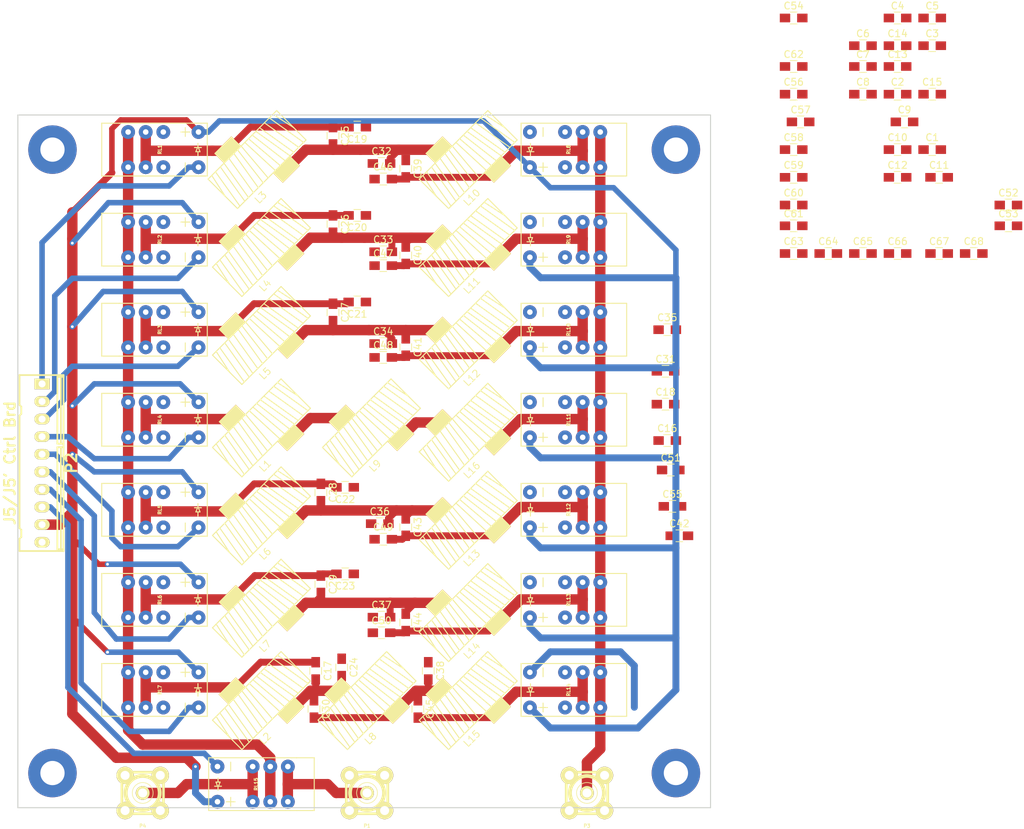
<source format=kicad_pcb>
(kicad_pcb (version 4) (host pcbnew 4.0.6)
  (layers (0 F.Cu signal) (31 B.Cu signal) (34 B.Paste user) (35 F.Paste user) (36 B.SilkS user) (37 F.SilkS user) (38 B.Mask user) (39 F.Mask user) (44 Edge.Cuts user))
  (net 0 "")
  (net 1 GND)
  (net 2 80m)
  (net 3 "Net-(C11-Pad2)")
  (net 4 "Net-(C16-Pad2)")
  (net 5 "Net-(C17-Pad1)")
  (net 6 "Net-(C17-Pad2)")
  (net 7 "Net-(C19-Pad2)")
  (net 8 "Net-(C20-Pad2)")
  (net 9 "Net-(C21-Pad2)")
  (net 10 "Net-(C22-Pad2)")
  (net 11 "Net-(C23-Pad2)")
  (net 12 "Net-(C25-Pad2)")
  (net 13 "Net-(C26-Pad2)")
  (net 14 "Net-(C27-Pad2)")
  (net 15 "Net-(C28-Pad2)")
  (net 16 "Net-(C29-Pad2)")
  (net 17 "Net-(C30-Pad2)")
  (net 18 "Net-(C35-Pad2)")
  (net 19 "Net-(C39-Pad2)")
  (net 20 "Net-(C40-Pad2)")
  (net 21 "Net-(C41-Pad2)")
  (net 22 "Net-(C43-Pad2)")
  (net 23 "Net-(C44-Pad2)")
  (net 24 "Net-(C45-Pad2)")
  (net 25 "Net-(C51-Pad2)")
  (net 26 +12V)
  (net 27 "Net-(P1-Pad1)")
  (net 28 "Net-(P3-Pad1)")
  (net 29 160m)
  (net 30 40m)
  (net 31 30/20m)
  (net 32 17/15m)
  (net 33 12/10m)
  (net 34 6m_Bypass)
  (net 35 TX_RX_RLY)
  (net 36 "Net-(P4-Pad1)")
  (net 37 "Net-(RL1-Pad5)")
  (module T50_V_cms:T50_V_smd (layer F.Cu) (at 89.535 51.435 45)
    (fp_text reference L3 (at -3.5 4.25 45) (layer F.SilkS) (effects (font (thickness 0.125))))
    (fp_text value L)
    (pad 1 smd rect (at -2 -4 45) (size 3.5 2) (layers F.Cu F.Adhes F.Paste F.SilkS F.Mask) (net 7 "Net-(C19-Pad2)"))
    (pad 2 smd rect (at 2 4 45) (size 3.5 2) (layers F.Cu F.Adhes F.Paste F.SilkS F.Mask) (net 12 "Net-(C25-Pad2)"))
  )
  (module Capacitors_SMD:C_0805_HandSoldering (layer F.Cu) (at 187 50)
    (fp_text reference C1 (at 0 -1.75) (layer F.SilkS))
    (fp_text value 10n)
    (pad 1 smd rect (at -1.25 0) (size 1.5 1.25) (layers F.Cu F.Paste F.Mask) (net 26 +12V))
    (pad 2 smd rect (at 1.25 0) (size 1.5 1.25) (layers F.Cu F.Paste F.Mask) (net 1 GND))
  )
  (module Capacitors_SMD:C_0805_HandSoldering (layer F.Cu) (at 182 42)
    (fp_text reference C2 (at 0 -1.75) (layer F.SilkS))
    (fp_text value 10n)
    (pad 1 smd rect (at -1.25 0) (size 1.5 1.25) (layers F.Cu F.Paste F.Mask) (net 26 +12V))
    (pad 2 smd rect (at 1.25 0) (size 1.5 1.25) (layers F.Cu F.Paste F.Mask) (net 1 GND))
  )
  (module Capacitors_SMD:C_0805_HandSoldering (layer F.Cu) (at 187 35)
    (fp_text reference C3 (at 0 -1.75) (layer F.SilkS))
    (fp_text value 10n)
    (pad 1 smd rect (at -1.25 0) (size 1.5 1.25) (layers F.Cu F.Paste F.Mask) (net 26 +12V))
    (pad 2 smd rect (at 1.25 0) (size 1.5 1.25) (layers F.Cu F.Paste F.Mask) (net 1 GND))
  )
  (module Capacitors_SMD:C_0805_HandSoldering (layer F.Cu) (at 182 31)
    (fp_text reference C4 (at 0 -1.75) (layer F.SilkS))
    (fp_text value 10n)
    (pad 1 smd rect (at -1.25 0) (size 1.5 1.25) (layers F.Cu F.Paste F.Mask) (net 26 +12V))
    (pad 2 smd rect (at 1.25 0) (size 1.5 1.25) (layers F.Cu F.Paste F.Mask) (net 1 GND))
  )
  (module Capacitors_SMD:C_0805_HandSoldering (layer F.Cu) (at 187 31)
    (fp_text reference C5 (at 0 -1.75) (layer F.SilkS))
    (fp_text value 10n)
    (pad 1 smd rect (at -1.25 0) (size 1.5 1.25) (layers F.Cu F.Paste F.Mask) (net 26 +12V))
    (pad 2 smd rect (at 1.25 0) (size 1.5 1.25) (layers F.Cu F.Paste F.Mask) (net 1 GND))
  )
  (module Capacitors_SMD:C_0805_HandSoldering (layer F.Cu) (at 177 35)
    (fp_text reference C6 (at 0 -1.75) (layer F.SilkS))
    (fp_text value 10n)
    (pad 1 smd rect (at -1.25 0) (size 1.5 1.25) (layers F.Cu F.Paste F.Mask) (net 26 +12V))
    (pad 2 smd rect (at 1.25 0) (size 1.5 1.25) (layers F.Cu F.Paste F.Mask) (net 1 GND))
  )
  (module Capacitors_SMD:C_0805_HandSoldering (layer F.Cu) (at 177 38)
    (fp_text reference C7 (at 0 -1.75) (layer F.SilkS))
    (fp_text value 10n)
    (pad 1 smd rect (at -1.25 0) (size 1.5 1.25) (layers F.Cu F.Paste F.Mask) (net 26 +12V))
    (pad 2 smd rect (at 1.25 0) (size 1.5 1.25) (layers F.Cu F.Paste F.Mask) (net 1 GND))
  )
  (module Capacitors_SMD:C_0805_HandSoldering (layer F.Cu) (at 177 42)
    (fp_text reference C8 (at 0 -1.75) (layer F.SilkS))
    (fp_text value 10n)
    (pad 1 smd rect (at -1.25 0) (size 1.5 1.25) (layers F.Cu F.Paste F.Mask) (net 29 160m))
    (pad 2 smd rect (at 1.25 0) (size 1.5 1.25) (layers F.Cu F.Paste F.Mask) (net 1 GND))
  )
  (module Capacitors_SMD:C_0805_HandSoldering (layer F.Cu) (at 183 46)
    (fp_text reference C9 (at 0 -1.75) (layer F.SilkS))
    (fp_text value 10n)
    (pad 1 smd rect (at -1.25 0) (size 1.5 1.25) (layers F.Cu F.Paste F.Mask) (net 2 80m))
    (pad 2 smd rect (at 1.25 0) (size 1.5 1.25) (layers F.Cu F.Paste F.Mask) (net 1 GND))
  )
  (module Capacitors_SMD:C_0805_HandSoldering (layer F.Cu) (at 182 50)
    (fp_text reference C10 (at 0 -1.75) (layer F.SilkS))
    (fp_text value 10n)
    (pad 1 smd rect (at -1.25 0) (size 1.5 1.25) (layers F.Cu F.Paste F.Mask) (net 30 40m))
    (pad 2 smd rect (at 1.25 0) (size 1.5 1.25) (layers F.Cu F.Paste F.Mask) (net 1 GND))
  )
  (module Capacitors_SMD:C_0805_HandSoldering (layer F.Cu) (at 188 54)
    (fp_text reference C11 (at 0 -1.75) (layer F.SilkS))
    (fp_text value C)
    (pad 1 smd rect (at -1.25 0) (size 1.5 1.25) (layers F.Cu F.Paste F.Mask) (net 1 GND))
    (pad 2 smd rect (at 1.25 0) (size 1.5 1.25) (layers F.Cu F.Paste F.Mask) (net 3 "Net-(C11-Pad2)"))
  )
  (module Capacitors_SMD:C_0805_HandSoldering (layer F.Cu) (at 182 54)
    (fp_text reference C12 (at 0 -1.75) (layer F.SilkS))
    (fp_text value 10n)
    (pad 1 smd rect (at -1.25 0) (size 1.5 1.25) (layers F.Cu F.Paste F.Mask) (net 31 30/20m))
    (pad 2 smd rect (at 1.25 0) (size 1.5 1.25) (layers F.Cu F.Paste F.Mask) (net 1 GND))
  )
  (module Capacitors_SMD:C_0805_HandSoldering (layer F.Cu) (at 182 38)
    (fp_text reference C13 (at 0 -1.75) (layer F.SilkS))
    (fp_text value 10n)
    (pad 1 smd rect (at -1.25 0) (size 1.5 1.25) (layers F.Cu F.Paste F.Mask) (net 32 17/15m))
    (pad 2 smd rect (at 1.25 0) (size 1.5 1.25) (layers F.Cu F.Paste F.Mask) (net 1 GND))
  )
  (module Capacitors_SMD:C_0805_HandSoldering (layer F.Cu) (at 182 35)
    (fp_text reference C14 (at 0 -1.75) (layer F.SilkS))
    (fp_text value 10n)
    (pad 1 smd rect (at -1.25 0) (size 1.5 1.25) (layers F.Cu F.Paste F.Mask) (net 33 12/10m))
    (pad 2 smd rect (at 1.25 0) (size 1.5 1.25) (layers F.Cu F.Paste F.Mask) (net 1 GND))
  )
  (module Capacitors_SMD:C_0805_HandSoldering (layer F.Cu) (at 187 42)
    (fp_text reference C15 (at 0 -1.75) (layer F.SilkS))
    (fp_text value 10n)
    (pad 1 smd rect (at -1.25 0) (size 1.5 1.25) (layers F.Cu F.Paste F.Mask) (net 34 6m_Bypass))
    (pad 2 smd rect (at 1.25 0) (size 1.5 1.25) (layers F.Cu F.Paste F.Mask) (net 1 GND))
  )
  (module Capacitors_SMD:C_0805_HandSoldering (layer F.Cu) (at 148.75 92)
    (fp_text reference C16 (at 0 -1.75) (layer F.SilkS))
    (fp_text value C)
    (pad 1 smd rect (at -1.25 0) (size 1.5 1.25) (layers F.Cu F.Paste F.Mask) (net 3 "Net-(C11-Pad2)"))
    (pad 2 smd rect (at 1.25 0) (size 1.5 1.25) (layers F.Cu F.Paste F.Mask) (net 4 "Net-(C16-Pad2)"))
  )
  (module Capacitors_SMD:C_0805_HandSoldering (layer F.Cu) (at 98 125.25 270)
    (fp_text reference C17 (at 0 -1.75 270) (layer F.SilkS))
    (fp_text value C)
    (pad 1 smd rect (at -1.25 0 270) (size 1.5 1.25) (layers F.Cu F.Paste F.Mask) (net 5 "Net-(C17-Pad1)"))
    (pad 2 smd rect (at 1.25 0 270) (size 1.5 1.25) (layers F.Cu F.Paste F.Mask) (net 6 "Net-(C17-Pad2)"))
  )
  (module Capacitors_SMD:C_0805_HandSoldering (layer F.Cu) (at 148.5 86.75)
    (fp_text reference C18 (at 0 -1.75) (layer F.SilkS))
    (fp_text value C)
    (pad 1 smd rect (at -1.25 0) (size 1.5 1.25) (layers F.Cu F.Paste F.Mask) (net 1 GND))
    (pad 2 smd rect (at 1.25 0) (size 1.5 1.25) (layers F.Cu F.Paste F.Mask) (net 4 "Net-(C16-Pad2)"))
  )
  (module Capacitors_SMD:C_0805_HandSoldering (layer F.Cu) (at 104 46.75 180)
    (fp_text reference C19 (at 0 -1.75 180) (layer F.SilkS))
    (fp_text value C)
    (pad 1 smd rect (at -1.25 0 180) (size 1.5 1.25) (layers F.Cu F.Paste F.Mask) (net 1 GND))
    (pad 2 smd rect (at 1.25 0 180) (size 1.5 1.25) (layers F.Cu F.Paste F.Mask) (net 7 "Net-(C19-Pad2)"))
  )
  (module Capacitors_SMD:C_0805_HandSoldering (layer F.Cu) (at 104 59.5 180)
    (fp_text reference C20 (at 0 -1.75 180) (layer F.SilkS))
    (fp_text value C)
    (pad 1 smd rect (at -1.25 0 180) (size 1.5 1.25) (layers F.Cu F.Paste F.Mask) (net 1 GND))
    (pad 2 smd rect (at 1.25 0 180) (size 1.5 1.25) (layers F.Cu F.Paste F.Mask) (net 8 "Net-(C20-Pad2)"))
  )
  (module Capacitors_SMD:C_0805_HandSoldering (layer F.Cu) (at 104 72 180)
    (fp_text reference C21 (at 0 -1.75 180) (layer F.SilkS))
    (fp_text value C)
    (pad 1 smd rect (at -1.25 0 180) (size 1.5 1.25) (layers F.Cu F.Paste F.Mask) (net 1 GND))
    (pad 2 smd rect (at 1.25 0 180) (size 1.5 1.25) (layers F.Cu F.Paste F.Mask) (net 9 "Net-(C21-Pad2)"))
  )
  (module Capacitors_SMD:C_0805_HandSoldering (layer F.Cu) (at 102.25 98.75 180)
    (fp_text reference C22 (at 0 -1.75 180) (layer F.SilkS))
    (fp_text value C)
    (pad 1 smd rect (at -1.25 0 180) (size 1.5 1.25) (layers F.Cu F.Paste F.Mask) (net 1 GND))
    (pad 2 smd rect (at 1.25 0 180) (size 1.5 1.25) (layers F.Cu F.Paste F.Mask) (net 10 "Net-(C22-Pad2)"))
  )
  (module Capacitors_SMD:C_0805_HandSoldering (layer F.Cu) (at 102.25 111.25 180)
    (fp_text reference C23 (at 0 -1.75 180) (layer F.SilkS))
    (fp_text value C)
    (pad 1 smd rect (at -1.25 0 180) (size 1.5 1.25) (layers F.Cu F.Paste F.Mask) (net 1 GND))
    (pad 2 smd rect (at 1.25 0 180) (size 1.5 1.25) (layers F.Cu F.Paste F.Mask) (net 11 "Net-(C23-Pad2)"))
  )
  (module Capacitors_SMD:C_0805_HandSoldering (layer F.Cu) (at 101.75 124.75 270)
    (fp_text reference C24 (at 0 -1.75 270) (layer F.SilkS))
    (fp_text value C)
    (pad 1 smd rect (at -1.25 0 270) (size 1.5 1.25) (layers F.Cu F.Paste F.Mask) (net 1 GND))
    (pad 2 smd rect (at 1.25 0 270) (size 1.5 1.25) (layers F.Cu F.Paste F.Mask) (net 6 "Net-(C17-Pad2)"))
  )
  (module Capacitors_SMD:C_0805_HandSoldering (layer F.Cu) (at 100.5 48 270)
    (fp_text reference C25 (at 0 -1.75 270) (layer F.SilkS))
    (fp_text value C)
    (pad 1 smd rect (at -1.25 0 270) (size 1.5 1.25) (layers F.Cu F.Paste F.Mask) (net 7 "Net-(C19-Pad2)"))
    (pad 2 smd rect (at 1.25 0 270) (size 1.5 1.25) (layers F.Cu F.Paste F.Mask) (net 12 "Net-(C25-Pad2)"))
  )
  (module Capacitors_SMD:C_0805_HandSoldering (layer F.Cu) (at 100.5 60.75 270)
    (fp_text reference C26 (at 0 -1.75 270) (layer F.SilkS))
    (fp_text value C)
    (pad 1 smd rect (at -1.25 0 270) (size 1.5 1.25) (layers F.Cu F.Paste F.Mask) (net 8 "Net-(C20-Pad2)"))
    (pad 2 smd rect (at 1.25 0 270) (size 1.5 1.25) (layers F.Cu F.Paste F.Mask) (net 13 "Net-(C26-Pad2)"))
  )
  (module Capacitors_SMD:C_0805_HandSoldering (layer F.Cu) (at 100.5 73.5 270)
    (fp_text reference C27 (at 0 -1.75 270) (layer F.SilkS))
    (fp_text value C)
    (pad 1 smd rect (at -1.25 0 270) (size 1.5 1.25) (layers F.Cu F.Paste F.Mask) (net 9 "Net-(C21-Pad2)"))
    (pad 2 smd rect (at 1.25 0 270) (size 1.5 1.25) (layers F.Cu F.Paste F.Mask) (net 14 "Net-(C27-Pad2)"))
  )
  (module Capacitors_SMD:C_0805_HandSoldering (layer F.Cu) (at 98.75 99.5 270)
    (fp_text reference C28 (at 0 -1.75 270) (layer F.SilkS))
    (fp_text value C)
    (pad 1 smd rect (at -1.25 0 270) (size 1.5 1.25) (layers F.Cu F.Paste F.Mask) (net 10 "Net-(C22-Pad2)"))
    (pad 2 smd rect (at 1.25 0 270) (size 1.5 1.25) (layers F.Cu F.Paste F.Mask) (net 15 "Net-(C28-Pad2)"))
  )
  (module Capacitors_SMD:C_0805_HandSoldering (layer F.Cu) (at 98.75 112.75 270)
    (fp_text reference C29 (at 0 -1.75 270) (layer F.SilkS))
    (fp_text value C)
    (pad 1 smd rect (at -1.25 0 270) (size 1.5 1.25) (layers F.Cu F.Paste F.Mask) (net 11 "Net-(C23-Pad2)"))
    (pad 2 smd rect (at 1.25 0 270) (size 1.5 1.25) (layers F.Cu F.Paste F.Mask) (net 16 "Net-(C29-Pad2)"))
  )
  (module Capacitors_SMD:C_0805_HandSoldering (layer F.Cu) (at 97.75 130.75 270)
    (fp_text reference C30 (at 0 -1.75 270) (layer F.SilkS))
    (fp_text value C)
    (pad 1 smd rect (at -1.25 0 270) (size 1.5 1.25) (layers F.Cu F.Paste F.Mask) (net 6 "Net-(C17-Pad2)"))
    (pad 2 smd rect (at 1.25 0 270) (size 1.5 1.25) (layers F.Cu F.Paste F.Mask) (net 17 "Net-(C30-Pad2)"))
  )
  (module Capacitors_SMD:C_0805_HandSoldering (layer F.Cu) (at 148.5 82)
    (fp_text reference C31 (at 0 -1.75) (layer F.SilkS))
    (fp_text value C)
    (pad 1 smd rect (at -1.25 0) (size 1.5 1.25) (layers F.Cu F.Paste F.Mask) (net 1 GND))
    (pad 2 smd rect (at 1.25 0) (size 1.5 1.25) (layers F.Cu F.Paste F.Mask) (net 4 "Net-(C16-Pad2)"))
  )
  (module Capacitors_SMD:C_0805_HandSoldering (layer F.Cu) (at 107.5 52)
    (fp_text reference C32 (at 0 -1.75) (layer F.SilkS))
    (fp_text value C)
    (pad 1 smd rect (at -1.25 0) (size 1.5 1.25) (layers F.Cu F.Paste F.Mask) (net 1 GND))
    (pad 2 smd rect (at 1.25 0) (size 1.5 1.25) (layers F.Cu F.Paste F.Mask) (net 12 "Net-(C25-Pad2)"))
  )
  (module Capacitors_SMD:C_0805_HandSoldering (layer F.Cu) (at 107.75 64.75)
    (fp_text reference C33 (at 0 -1.75) (layer F.SilkS))
    (fp_text value C)
    (pad 1 smd rect (at -1.25 0) (size 1.5 1.25) (layers F.Cu F.Paste F.Mask) (net 1 GND))
    (pad 2 smd rect (at 1.25 0) (size 1.5 1.25) (layers F.Cu F.Paste F.Mask) (net 13 "Net-(C26-Pad2)"))
  )
  (module Capacitors_SMD:C_0805_HandSoldering (layer F.Cu) (at 107.75 78)
    (fp_text reference C34 (at 0 -1.75) (layer F.SilkS))
    (fp_text value C)
    (pad 1 smd rect (at -1.25 0) (size 1.5 1.25) (layers F.Cu F.Paste F.Mask) (net 1 GND))
    (pad 2 smd rect (at 1.25 0) (size 1.5 1.25) (layers F.Cu F.Paste F.Mask) (net 14 "Net-(C27-Pad2)"))
  )
  (module Capacitors_SMD:C_0805_HandSoldering (layer F.Cu) (at 148.75 76)
    (fp_text reference C35 (at 0 -1.75) (layer F.SilkS))
    (fp_text value C)
    (pad 1 smd rect (at -1.25 0) (size 1.5 1.25) (layers F.Cu F.Paste F.Mask) (net 4 "Net-(C16-Pad2)"))
    (pad 2 smd rect (at 1.25 0) (size 1.5 1.25) (layers F.Cu F.Paste F.Mask) (net 18 "Net-(C35-Pad2)"))
  )
  (module Capacitors_SMD:C_0805_HandSoldering (layer F.Cu) (at 107.25 104)
    (fp_text reference C36 (at 0 -1.75) (layer F.SilkS))
    (fp_text value C)
    (pad 1 smd rect (at -1.25 0) (size 1.5 1.25) (layers F.Cu F.Paste F.Mask) (net 1 GND))
    (pad 2 smd rect (at 1.25 0) (size 1.5 1.25) (layers F.Cu F.Paste F.Mask) (net 15 "Net-(C28-Pad2)"))
  )
  (module Capacitors_SMD:C_0805_HandSoldering (layer F.Cu) (at 107.5 117.5)
    (fp_text reference C37 (at 0 -1.75) (layer F.SilkS))
    (fp_text value C)
    (pad 1 smd rect (at -1.25 0) (size 1.5 1.25) (layers F.Cu F.Paste F.Mask) (net 1 GND))
    (pad 2 smd rect (at 1.25 0) (size 1.5 1.25) (layers F.Cu F.Paste F.Mask) (net 16 "Net-(C29-Pad2)"))
  )
  (module Capacitors_SMD:C_0805_HandSoldering (layer F.Cu) (at 114.25 125.25 270)
    (fp_text reference C38 (at 0 -1.75 270) (layer F.SilkS))
    (fp_text value C)
    (pad 1 smd rect (at -1.25 0 270) (size 1.5 1.25) (layers F.Cu F.Paste F.Mask) (net 1 GND))
    (pad 2 smd rect (at 1.25 0 270) (size 1.5 1.25) (layers F.Cu F.Paste F.Mask) (net 17 "Net-(C30-Pad2)"))
  )
  (module Capacitors_SMD:C_0805_HandSoldering (layer F.Cu) (at 111 52.75 270)
    (fp_text reference C39 (at 0 -1.75 270) (layer F.SilkS))
    (fp_text value C)
    (pad 1 smd rect (at -1.25 0 270) (size 1.5 1.25) (layers F.Cu F.Paste F.Mask) (net 12 "Net-(C25-Pad2)"))
    (pad 2 smd rect (at 1.25 0 270) (size 1.5 1.25) (layers F.Cu F.Paste F.Mask) (net 19 "Net-(C39-Pad2)"))
  )
  (module Capacitors_SMD:C_0805_HandSoldering (layer F.Cu) (at 111 65.25 270)
    (fp_text reference C40 (at 0 -1.75 270) (layer F.SilkS))
    (fp_text value C)
    (pad 1 smd rect (at -1.25 0 270) (size 1.5 1.25) (layers F.Cu F.Paste F.Mask) (net 13 "Net-(C26-Pad2)"))
    (pad 2 smd rect (at 1.25 0 270) (size 1.5 1.25) (layers F.Cu F.Paste F.Mask) (net 20 "Net-(C40-Pad2)"))
  )
  (module Capacitors_SMD:C_0805_HandSoldering (layer F.Cu) (at 111 78.5 270)
    (fp_text reference C41 (at 0 -1.75 270) (layer F.SilkS))
    (fp_text value C)
    (pad 1 smd rect (at -1.25 0 270) (size 1.5 1.25) (layers F.Cu F.Paste F.Mask) (net 14 "Net-(C27-Pad2)"))
    (pad 2 smd rect (at 1.25 0 270) (size 1.5 1.25) (layers F.Cu F.Paste F.Mask) (net 21 "Net-(C41-Pad2)"))
  )
  (module Capacitors_SMD:C_0805_HandSoldering (layer F.Cu) (at 150.5 105.75)
    (fp_text reference C42 (at 0 -1.75) (layer F.SilkS))
    (fp_text value C)
    (pad 1 smd rect (at -1.25 0) (size 1.5 1.25) (layers F.Cu F.Paste F.Mask) (net 1 GND))
    (pad 2 smd rect (at 1.25 0) (size 1.5 1.25) (layers F.Cu F.Paste F.Mask) (net 18 "Net-(C35-Pad2)"))
  )
  (module Capacitors_SMD:C_0805_HandSoldering (layer F.Cu) (at 111 104.5 270)
    (fp_text reference C43 (at 0 -1.75 270) (layer F.SilkS))
    (fp_text value C)
    (pad 1 smd rect (at -1.25 0 270) (size 1.5 1.25) (layers F.Cu F.Paste F.Mask) (net 15 "Net-(C28-Pad2)"))
    (pad 2 smd rect (at 1.25 0 270) (size 1.5 1.25) (layers F.Cu F.Paste F.Mask) (net 22 "Net-(C43-Pad2)"))
  )
  (module Capacitors_SMD:C_0805_HandSoldering (layer F.Cu) (at 111 118.25 270)
    (fp_text reference C44 (at 0 -1.75 270) (layer F.SilkS))
    (fp_text value C)
    (pad 1 smd rect (at -1.25 0 270) (size 1.5 1.25) (layers F.Cu F.Paste F.Mask) (net 16 "Net-(C29-Pad2)"))
    (pad 2 smd rect (at 1.25 0 270) (size 1.5 1.25) (layers F.Cu F.Paste F.Mask) (net 23 "Net-(C44-Pad2)"))
  )
  (module Capacitors_SMD:C_0805_HandSoldering (layer F.Cu) (at 112.75 130.75 270)
    (fp_text reference C45 (at 0 -1.75 270) (layer F.SilkS))
    (fp_text value C)
    (pad 1 smd rect (at -1.25 0 270) (size 1.5 1.25) (layers F.Cu F.Paste F.Mask) (net 17 "Net-(C30-Pad2)"))
    (pad 2 smd rect (at 1.25 0 270) (size 1.5 1.25) (layers F.Cu F.Paste F.Mask) (net 24 "Net-(C45-Pad2)"))
  )
  (module Capacitors_SMD:C_0805_HandSoldering (layer F.Cu) (at 107.75 54.25)
    (fp_text reference C46 (at 0 -1.75) (layer F.SilkS))
    (fp_text value C)
    (pad 1 smd rect (at -1.25 0) (size 1.5 1.25) (layers F.Cu F.Paste F.Mask) (net 1 GND))
    (pad 2 smd rect (at 1.25 0) (size 1.5 1.25) (layers F.Cu F.Paste F.Mask) (net 19 "Net-(C39-Pad2)"))
  )
  (module Capacitors_SMD:C_0805_HandSoldering (layer F.Cu) (at 107.75 66.75)
    (fp_text reference C47 (at 0 -1.75) (layer F.SilkS))
    (fp_text value C)
    (pad 1 smd rect (at -1.25 0) (size 1.5 1.25) (layers F.Cu F.Paste F.Mask) (net 1 GND))
    (pad 2 smd rect (at 1.25 0) (size 1.5 1.25) (layers F.Cu F.Paste F.Mask) (net 20 "Net-(C40-Pad2)"))
  )
  (module Capacitors_SMD:C_0805_HandSoldering (layer F.Cu) (at 107.75 80)
    (fp_text reference C48 (at 0 -1.75) (layer F.SilkS))
    (fp_text value C)
    (pad 1 smd rect (at -1.25 0) (size 1.5 1.25) (layers F.Cu F.Paste F.Mask) (net 1 GND))
    (pad 2 smd rect (at 1.25 0) (size 1.5 1.25) (layers F.Cu F.Paste F.Mask) (net 21 "Net-(C41-Pad2)"))
  )
  (module Capacitors_SMD:C_0805_HandSoldering (layer F.Cu) (at 107.75 106.25)
    (fp_text reference C49 (at 0 -1.75) (layer F.SilkS))
    (fp_text value C)
    (pad 1 smd rect (at -1.25 0) (size 1.5 1.25) (layers F.Cu F.Paste F.Mask) (net 1 GND))
    (pad 2 smd rect (at 1.25 0) (size 1.5 1.25) (layers F.Cu F.Paste F.Mask) (net 22 "Net-(C43-Pad2)"))
  )
  (module Capacitors_SMD:C_0805_HandSoldering (layer F.Cu) (at 107.5 119.75)
    (fp_text reference C50 (at 0 -1.75) (layer F.SilkS))
    (fp_text value C)
    (pad 1 smd rect (at -1.25 0) (size 1.5 1.25) (layers F.Cu F.Paste F.Mask) (net 1 GND))
    (pad 2 smd rect (at 1.25 0) (size 1.5 1.25) (layers F.Cu F.Paste F.Mask) (net 23 "Net-(C44-Pad2)"))
  )
  (module Capacitors_SMD:C_0805_HandSoldering (layer F.Cu) (at 149.25 96.25)
    (fp_text reference C51 (at 0 -1.75) (layer F.SilkS))
    (fp_text value C)
    (pad 1 smd rect (at -1.25 0) (size 1.5 1.25) (layers F.Cu F.Paste F.Mask) (net 18 "Net-(C35-Pad2)"))
    (pad 2 smd rect (at 1.25 0) (size 1.5 1.25) (layers F.Cu F.Paste F.Mask) (net 25 "Net-(C51-Pad2)"))
  )
  (module Capacitors_SMD:C_0805_HandSoldering (layer F.Cu) (at 198 58)
    (fp_text reference C52 (at 0 -1.75) (layer F.SilkS))
    (fp_text value 10n)
    (pad 1 smd rect (at -1.25 0) (size 1.5 1.25) (layers F.Cu F.Paste F.Mask) (net 1 GND))
    (pad 2 smd rect (at 1.25 0) (size 1.5 1.25) (layers F.Cu F.Paste F.Mask) (net 29 160m))
  )
  (module Capacitors_SMD:C_0805_HandSoldering (layer F.Cu) (at 198 61)
    (fp_text reference C53 (at 0 -1.75) (layer F.SilkS))
    (fp_text value 10n)
    (pad 1 smd rect (at -1.25 0) (size 1.5 1.25) (layers F.Cu F.Paste F.Mask) (net 1 GND))
    (pad 2 smd rect (at 1.25 0) (size 1.5 1.25) (layers F.Cu F.Paste F.Mask) (net 2 80m))
  )
  (module Capacitors_SMD:C_0805_HandSoldering (layer F.Cu) (at 167 31)
    (fp_text reference C54 (at 0 -1.75) (layer F.SilkS))
    (fp_text value 10n)
    (pad 1 smd rect (at -1.25 0) (size 1.5 1.25) (layers F.Cu F.Paste F.Mask) (net 1 GND))
    (pad 2 smd rect (at 1.25 0) (size 1.5 1.25) (layers F.Cu F.Paste F.Mask) (net 30 40m))
  )
  (module Capacitors_SMD:C_0805_HandSoldering (layer F.Cu) (at 149.5 101.5)
    (fp_text reference C55 (at 0 -1.75) (layer F.SilkS))
    (fp_text value C)
    (pad 1 smd rect (at -1.25 0) (size 1.5 1.25) (layers F.Cu F.Paste F.Mask) (net 1 GND))
    (pad 2 smd rect (at 1.25 0) (size 1.5 1.25) (layers F.Cu F.Paste F.Mask) (net 25 "Net-(C51-Pad2)"))
  )
  (module Capacitors_SMD:C_0805_HandSoldering (layer F.Cu) (at 167 42)
    (fp_text reference C56 (at 0 -1.75) (layer F.SilkS))
    (fp_text value 10n)
    (pad 1 smd rect (at -1.25 0) (size 1.5 1.25) (layers F.Cu F.Paste F.Mask) (net 1 GND))
    (pad 2 smd rect (at 1.25 0) (size 1.5 1.25) (layers F.Cu F.Paste F.Mask) (net 31 30/20m))
  )
  (module Capacitors_SMD:C_0805_HandSoldering (layer F.Cu) (at 168 46)
    (fp_text reference C57 (at 0 -1.75) (layer F.SilkS))
    (fp_text value 10n)
    (pad 1 smd rect (at -1.25 0) (size 1.5 1.25) (layers F.Cu F.Paste F.Mask) (net 1 GND))
    (pad 2 smd rect (at 1.25 0) (size 1.5 1.25) (layers F.Cu F.Paste F.Mask) (net 32 17/15m))
  )
  (module Capacitors_SMD:C_0805_HandSoldering (layer F.Cu) (at 167 50)
    (fp_text reference C58 (at 0 -1.75) (layer F.SilkS))
    (fp_text value 10n)
    (pad 1 smd rect (at -1.25 0) (size 1.5 1.25) (layers F.Cu F.Paste F.Mask) (net 1 GND))
    (pad 2 smd rect (at 1.25 0) (size 1.5 1.25) (layers F.Cu F.Paste F.Mask) (net 33 12/10m))
  )
  (module Capacitors_SMD:C_0805_HandSoldering (layer F.Cu) (at 167 54)
    (fp_text reference C59 (at 0 -1.75) (layer F.SilkS))
    (fp_text value 10n)
    (pad 1 smd rect (at -1.25 0) (size 1.5 1.25) (layers F.Cu F.Paste F.Mask) (net 1 GND))
    (pad 2 smd rect (at 1.25 0) (size 1.5 1.25) (layers F.Cu F.Paste F.Mask) (net 34 6m_Bypass))
  )
  (module Capacitors_SMD:C_0805_HandSoldering (layer F.Cu) (at 167 58)
    (fp_text reference C60 (at 0 -1.75) (layer F.SilkS))
    (fp_text value 10n)
    (pad 1 smd rect (at -1.25 0) (size 1.5 1.25) (layers F.Cu F.Paste F.Mask) (net 26 +12V))
    (pad 2 smd rect (at 1.25 0) (size 1.5 1.25) (layers F.Cu F.Paste F.Mask) (net 1 GND))
  )
  (module Capacitors_SMD:C_0805_HandSoldering (layer F.Cu) (at 167 61)
    (fp_text reference C61 (at 0 -1.75) (layer F.SilkS))
    (fp_text value 10n)
    (pad 1 smd rect (at -1.25 0) (size 1.5 1.25) (layers F.Cu F.Paste F.Mask) (net 26 +12V))
    (pad 2 smd rect (at 1.25 0) (size 1.5 1.25) (layers F.Cu F.Paste F.Mask) (net 1 GND))
  )
  (module Capacitors_SMD:C_0805_HandSoldering (layer F.Cu) (at 167 38)
    (fp_text reference C62 (at 0 -1.75) (layer F.SilkS))
    (fp_text value 10n)
    (pad 1 smd rect (at -1.25 0) (size 1.5 1.25) (layers F.Cu F.Paste F.Mask) (net 26 +12V))
    (pad 2 smd rect (at 1.25 0) (size 1.5 1.25) (layers F.Cu F.Paste F.Mask) (net 1 GND))
  )
  (module Capacitors_SMD:C_0805_HandSoldering (layer F.Cu) (at 167 65)
    (fp_text reference C63 (at 0 -1.75) (layer F.SilkS))
    (fp_text value 10n)
    (pad 1 smd rect (at -1.25 0) (size 1.5 1.25) (layers F.Cu F.Paste F.Mask) (net 26 +12V))
    (pad 2 smd rect (at 1.25 0) (size 1.5 1.25) (layers F.Cu F.Paste F.Mask) (net 1 GND))
  )
  (module Capacitors_SMD:C_0805_HandSoldering (layer F.Cu) (at 172 65)
    (fp_text reference C64 (at 0 -1.75) (layer F.SilkS))
    (fp_text value 10n)
    (pad 1 smd rect (at -1.25 0) (size 1.5 1.25) (layers F.Cu F.Paste F.Mask) (net 26 +12V))
    (pad 2 smd rect (at 1.25 0) (size 1.5 1.25) (layers F.Cu F.Paste F.Mask) (net 1 GND))
  )
  (module Capacitors_SMD:C_0805_HandSoldering (layer F.Cu) (at 177 65)
    (fp_text reference C65 (at 0 -1.75) (layer F.SilkS))
    (fp_text value 10n)
    (pad 1 smd rect (at -1.25 0) (size 1.5 1.25) (layers F.Cu F.Paste F.Mask) (net 26 +12V))
    (pad 2 smd rect (at 1.25 0) (size 1.5 1.25) (layers F.Cu F.Paste F.Mask) (net 1 GND))
  )
  (module Capacitors_SMD:C_0805_HandSoldering (layer F.Cu) (at 182 65)
    (fp_text reference C66 (at 0 -1.75) (layer F.SilkS))
    (fp_text value 10n)
    (pad 1 smd rect (at -1.25 0) (size 1.5 1.25) (layers F.Cu F.Paste F.Mask) (net 26 +12V))
    (pad 2 smd rect (at 1.25 0) (size 1.5 1.25) (layers F.Cu F.Paste F.Mask) (net 1 GND))
  )
  (module Capacitors_SMD:C_0805_HandSoldering (layer F.Cu) (at 188 65)
    (fp_text reference C67 (at 0 -1.75) (layer F.SilkS))
    (fp_text value 10n)
    (pad 1 smd rect (at -1.25 0) (size 1.5 1.25) (layers F.Cu F.Paste F.Mask) (net 26 +12V))
    (pad 2 smd rect (at 1.25 0) (size 1.5 1.25) (layers F.Cu F.Paste F.Mask) (net 1 GND))
  )
  (module Capacitors_SMD:C_0805_HandSoldering (layer F.Cu) (at 193 65)
    (fp_text reference C68 (at 0 -1.75) (layer F.SilkS))
    (fp_text value 100n)
    (pad 1 smd rect (at -1.25 0) (size 1.5 1.25) (layers F.Cu F.Paste F.Mask) (net 26 +12V))
    (pad 2 smd rect (at 1.25 0) (size 1.5 1.25) (layers F.Cu F.Paste F.Mask) (net 1 GND))
  )
  (module T50_V_cms:T50_V_smd (layer F.Cu) (at 90.17 90.17 45)
    (fp_text reference L1 (at -3.5 4.25 45) (layer F.SilkS) (effects (font (thickness 0.125))))
    (fp_text value L)
    (pad 1 smd rect (at -2 -4 45) (size 3.5 2) (layers F.Cu F.Adhes F.Paste F.SilkS F.Mask) (net 3 "Net-(C11-Pad2)"))
    (pad 2 smd rect (at 2 4 45) (size 3.5 2) (layers F.Cu F.Adhes F.Paste F.SilkS F.Mask) (net 4 "Net-(C16-Pad2)"))
  )
  (module T50_V_cms:T50_V_smd (layer F.Cu) (at 90.17 129.54 45)
    (fp_text reference L2 (at -3.5 4.25 45) (layer F.SilkS) (effects (font (thickness 0.125))))
    (fp_text value L)
    (pad 1 smd rect (at -2 -4 45) (size 3.5 2) (layers F.Cu F.Adhes F.Paste F.SilkS F.Mask) (net 5 "Net-(C17-Pad1)"))
    (pad 2 smd rect (at 2 4 45) (size 3.5 2) (layers F.Cu F.Adhes F.Paste F.SilkS F.Mask) (net 6 "Net-(C17-Pad2)"))
  )
  (module T50_V_cms:T50_V_smd (layer F.Cu) (at 90.17 64.135 45)
    (fp_text reference L4 (at -3.5 4.25 45) (layer F.SilkS) (effects (font (thickness 0.125))))
    (fp_text value L)
    (pad 1 smd rect (at -2 -4 45) (size 3.5 2) (layers F.Cu F.Adhes F.Paste F.SilkS F.Mask) (net 8 "Net-(C20-Pad2)"))
    (pad 2 smd rect (at 2 4 45) (size 3.5 2) (layers F.Cu F.Adhes F.Paste F.SilkS F.Mask) (net 13 "Net-(C26-Pad2)"))
  )
  (module T50_V_cms:T50_V_smd (layer F.Cu) (at 90.17 76.835 45)
    (fp_text reference L5 (at -3.5 4.25 45) (layer F.SilkS) (effects (font (thickness 0.125))))
    (fp_text value L)
    (pad 1 smd rect (at -2 -4 45) (size 3.5 2) (layers F.Cu F.Adhes F.Paste F.SilkS F.Mask) (net 9 "Net-(C21-Pad2)"))
    (pad 2 smd rect (at 2 4 45) (size 3.5 2) (layers F.Cu F.Adhes F.Paste F.SilkS F.Mask) (net 14 "Net-(C27-Pad2)"))
  )
  (module T50_V_cms:T50_V_smd (layer F.Cu) (at 90.17 102.87 45)
    (fp_text reference L6 (at -3.5 4.25 45) (layer F.SilkS) (effects (font (thickness 0.125))))
    (fp_text value L)
    (pad 1 smd rect (at -2 -4 45) (size 3.5 2) (layers F.Cu F.Adhes F.Paste F.SilkS F.Mask) (net 10 "Net-(C22-Pad2)"))
    (pad 2 smd rect (at 2 4 45) (size 3.5 2) (layers F.Cu F.Adhes F.Paste F.SilkS F.Mask) (net 15 "Net-(C28-Pad2)"))
  )
  (module T50_V_cms:T50_V_smd (layer F.Cu) (at 90.17 116.205 45)
    (fp_text reference L7 (at -3.5 4.25 45) (layer F.SilkS) (effects (font (thickness 0.125))))
    (fp_text value L)
    (pad 1 smd rect (at -2 -4 45) (size 3.5 2) (layers F.Cu F.Adhes F.Paste F.SilkS F.Mask) (net 11 "Net-(C23-Pad2)"))
    (pad 2 smd rect (at 2 4 45) (size 3.5 2) (layers F.Cu F.Adhes F.Paste F.SilkS F.Mask) (net 16 "Net-(C29-Pad2)"))
  )
  (module T50_V_cms:T50_V_smd (layer F.Cu) (at 105.41 129.54 45)
    (fp_text reference L8 (at -3.5 4.25 45) (layer F.SilkS) (effects (font (thickness 0.125))))
    (fp_text value L)
    (pad 1 smd rect (at -2 -4 45) (size 3.5 2) (layers F.Cu F.Adhes F.Paste F.SilkS F.Mask) (net 6 "Net-(C17-Pad2)"))
    (pad 2 smd rect (at 2 4 45) (size 3.5 2) (layers F.Cu F.Adhes F.Paste F.SilkS F.Mask) (net 17 "Net-(C30-Pad2)"))
  )
  (module T50_V_cms:T50_V_smd (layer F.Cu) (at 106.045 90.17 45)
    (fp_text reference L9 (at -3.5 4.25 45) (layer F.SilkS) (effects (font (thickness 0.125))))
    (fp_text value L)
    (pad 1 smd rect (at -2 -4 45) (size 3.5 2) (layers F.Cu F.Adhes F.Paste F.SilkS F.Mask) (net 4 "Net-(C16-Pad2)"))
    (pad 2 smd rect (at 2 4 45) (size 3.5 2) (layers F.Cu F.Adhes F.Paste F.SilkS F.Mask) (net 18 "Net-(C35-Pad2)"))
  )
  (module T50_V_cms:T50_V_smd (layer F.Cu) (at 120.015 51.435 45)
    (fp_text reference L10 (at -3.5 4.25 45) (layer F.SilkS) (effects (font (thickness 0.125))))
    (fp_text value L)
    (pad 1 smd rect (at -2 -4 45) (size 3.5 2) (layers F.Cu F.Adhes F.Paste F.SilkS F.Mask) (net 12 "Net-(C25-Pad2)"))
    (pad 2 smd rect (at 2 4 45) (size 3.5 2) (layers F.Cu F.Adhes F.Paste F.SilkS F.Mask) (net 19 "Net-(C39-Pad2)"))
  )
  (module T50_V_cms:T50_V_smd (layer F.Cu) (at 120.015 64.135 45)
    (fp_text reference L11 (at -3.5 4.25 45) (layer F.SilkS) (effects (font (thickness 0.125))))
    (fp_text value L)
    (pad 1 smd rect (at -2 -4 45) (size 3.5 2) (layers F.Cu F.Adhes F.Paste F.SilkS F.Mask) (net 13 "Net-(C26-Pad2)"))
    (pad 2 smd rect (at 2 4 45) (size 3.5 2) (layers F.Cu F.Adhes F.Paste F.SilkS F.Mask) (net 20 "Net-(C40-Pad2)"))
  )
  (module T50_V_cms:T50_V_smd (layer F.Cu) (at 120.015 77.47 45)
    (fp_text reference L12 (at -3.5 4.25 45) (layer F.SilkS) (effects (font (thickness 0.125))))
    (fp_text value L)
    (pad 1 smd rect (at -2 -4 45) (size 3.5 2) (layers F.Cu F.Adhes F.Paste F.SilkS F.Mask) (net 14 "Net-(C27-Pad2)"))
    (pad 2 smd rect (at 2 4 45) (size 3.5 2) (layers F.Cu F.Adhes F.Paste F.SilkS F.Mask) (net 21 "Net-(C41-Pad2)"))
  )
  (module T50_V_cms:T50_V_smd (layer F.Cu) (at 120.015 103.505 45)
    (fp_text reference L13 (at -3.5 4.25 45) (layer F.SilkS) (effects (font (thickness 0.125))))
    (fp_text value L)
    (pad 1 smd rect (at -2 -4 45) (size 3.5 2) (layers F.Cu F.Adhes F.Paste F.SilkS F.Mask) (net 15 "Net-(C28-Pad2)"))
    (pad 2 smd rect (at 2 4 45) (size 3.5 2) (layers F.Cu F.Adhes F.Paste F.SilkS F.Mask) (net 22 "Net-(C43-Pad2)"))
  )
  (module T50_V_cms:T50_V_smd (layer F.Cu) (at 120.015 116.84 45)
    (fp_text reference L14 (at -3.5 4.25 45) (layer F.SilkS) (effects (font (thickness 0.125))))
    (fp_text value L)
    (pad 1 smd rect (at -2 -4 45) (size 3.5 2) (layers F.Cu F.Adhes F.Paste F.SilkS F.Mask) (net 16 "Net-(C29-Pad2)"))
    (pad 2 smd rect (at 2 4 45) (size 3.5 2) (layers F.Cu F.Adhes F.Paste F.SilkS F.Mask) (net 23 "Net-(C44-Pad2)"))
  )
  (module T50_V_cms:T50_V_smd (layer F.Cu) (at 120.015 129.54 45)
    (fp_text reference L15 (at -3.5 4.25 45) (layer F.SilkS) (effects (font (thickness 0.125))))
    (fp_text value L)
    (pad 1 smd rect (at -2 -4 45) (size 3.5 2) (layers F.Cu F.Adhes F.Paste F.SilkS F.Mask) (net 17 "Net-(C30-Pad2)"))
    (pad 2 smd rect (at 2 4 45) (size 3.5 2) (layers F.Cu F.Adhes F.Paste F.SilkS F.Mask) (net 24 "Net-(C45-Pad2)"))
  )
  (module T50_V_cms:T50_V_smd (layer F.Cu) (at 120.015 90.805 45)
    (fp_text reference L16 (at -3.5 4.25 45) (layer F.SilkS) (effects (font (thickness 0.125))))
    (fp_text value L)
    (pad 1 smd rect (at -2 -4 45) (size 3.5 2) (layers F.Cu F.Adhes F.Paste F.SilkS F.Mask) (net 18 "Net-(C35-Pad2)"))
    (pad 2 smd rect (at 2 4 45) (size 3.5 2) (layers F.Cu F.Adhes F.Paste F.SilkS F.Mask) (net 25 "Net-(C51-Pad2)"))
  )
  (module SMA_PINS:SMA_PINS (layer F.Cu) (at 105.41 142.875)
    (fp_text reference P1 (at 0 4.75) (layer F.SilkS) (effects (font (size 0.5 0.5) (thickness 0.1))))
    (fp_text value SMA hide)
    (pad 1 thru_hole circle (at 0 0) (size 1.99898 1.99898) (drill 1.30048) (layers *.Cu *.Mask F.SilkS) (net 27 "Net-(P1-Pad1)") (clearance 0.09906))
    (pad 2 thru_hole circle (at 2.54 -2.54) (size 2.49936 2.49936) (drill 1.30048) (layers *.Cu *.Mask F.SilkS) (net 1 GND))
    (pad 2 thru_hole circle (at 2.54 2.54) (size 2.49936 2.49936) (drill 1.30048) (layers *.Cu *.Mask F.SilkS) (net 1 GND))
    (pad 2 thru_hole circle (at -2.54 2.54) (size 2.49936 2.49936) (drill 1.30048) (layers *.Cu *.Mask F.SilkS) (net 1 GND))
    (pad 2 thru_hole circle (at -2.54 -2.54) (size 2.49936 2.49936) (drill 1.30048) (layers *.Cu *.Mask F.SilkS) (net 1 GND))
  )
  (module conn_kk100:kk100_22-23-2101 (layer F.Cu) (at 58.42 95.25 270)
    (fp_text reference P2 (at 0 -4.318 270) (layer F.SilkS) (effects (font (thickness 0.3048))))
    (fp_text value "J5/J5' Ctrl Brd" (at 0 4.56946 270) (layer F.SilkS) (effects (font (thickness 0.3048))))
    (pad 9 thru_hole oval (at 8.89 -0.0762 270) (size 1.524 2.1971) (drill 1.016) (layers *.Cu *.Mask F.SilkS) (net 26 +12V))
    (pad 8 thru_hole oval (at 6.35 -0.0762 270) (size 1.524 2.1971) (drill 1.016) (layers *.Cu *.Mask F.SilkS) (net 35 TX_RX_RLY))
    (pad 7 thru_hole oval (at 3.81 -0.0762 270) (size 1.524 2.1971) (drill 1.016) (layers *.Cu *.Mask F.SilkS) (net 34 6m_Bypass))
    (pad 5 thru_hole oval (at -1.27 -0.0762 270) (size 1.524 2.1971) (drill 1.016) (layers *.Cu *.Mask F.SilkS) (net 32 17/15m))
    (pad 4 thru_hole oval (at -3.81 -0.0762 270) (size 1.524 2.1971) (drill 1.016) (layers *.Cu *.Mask F.SilkS) (net 31 30/20m))
    (pad 3 thru_hole oval (at -6.35 -0.0762 270) (size 1.524 2.1971) (drill 1.016) (layers *.Cu *.Mask F.SilkS) (net 30 40m))
    (pad 10 thru_hole oval (at 11.43 -0.0762 270) (size 1.524 2.1971) (drill 1.016) (layers *.Cu *.Mask F.SilkS) (net 1 GND))
    (pad 6 thru_hole oval (at 1.27 -0.0762 270) (size 1.524 2.1971) (drill 1.016) (layers *.Cu *.Mask F.SilkS) (net 33 12/10m))
    (pad 1 thru_hole rect (at -11.43 -0.0762 270) (size 1.524 2.1971) (drill 1.016) (layers *.Cu *.Mask F.SilkS) (net 29 160m))
    (pad 2 thru_hole oval (at -8.89 -0.0762 270) (size 1.524 2.1971) (drill 1.016) (layers *.Cu *.Mask F.SilkS) (net 2 80m))
  )
  (module SMA_PINS:SMA_PINS (layer F.Cu) (at 137.16 142.875)
    (fp_text reference P3 (at 0 4.75) (layer F.SilkS) (effects (font (size 0.5 0.5) (thickness 0.1))))
    (fp_text value SMA hide)
    (pad 1 thru_hole circle (at 0 0) (size 1.99898 1.99898) (drill 1.30048) (layers *.Cu *.Mask F.SilkS) (net 28 "Net-(P3-Pad1)") (clearance 0.09906))
    (pad 2 thru_hole circle (at 2.54 -2.54) (size 2.49936 2.49936) (drill 1.30048) (layers *.Cu *.Mask F.SilkS) (net 1 GND))
    (pad 2 thru_hole circle (at 2.54 2.54) (size 2.49936 2.49936) (drill 1.30048) (layers *.Cu *.Mask F.SilkS) (net 1 GND))
    (pad 2 thru_hole circle (at -2.54 2.54) (size 2.49936 2.49936) (drill 1.30048) (layers *.Cu *.Mask F.SilkS) (net 1 GND))
    (pad 2 thru_hole circle (at -2.54 -2.54) (size 2.49936 2.49936) (drill 1.30048) (layers *.Cu *.Mask F.SilkS) (net 1 GND))
  )
  (module Mounting_Holes:MountingHole_3.5mm_Pad (layer F.Cu) (at 60 50)
    (fp_text reference " " (at 0 -4.5) (layer F.SilkS))
    (fp_text value " ")
    (pad 1 thru_hole circle (at 0 0) (size 7 7) (drill 3.5) (layers *.Cu *.Mask) (net 1 GND))
  )
  (module Mounting_Holes:MountingHole_3.5mm_Pad (layer F.Cu) (at 150 140)
    (fp_text reference " " (at 0 -4.5) (layer F.SilkS))
    (fp_text value " ")
    (pad 1 thru_hole circle (at 0 0) (size 7 7) (drill 3.5) (layers *.Cu *.Mask) (net 1 GND))
  )
  (module Mounting_Holes:MountingHole_3.5mm_Pad (layer F.Cu) (at 60 140)
    (fp_text reference " " (at 0 -4.5) (layer F.SilkS))
    (fp_text value " ")
    (pad 1 thru_hole circle (at 0 0) (size 7 7) (drill 3.5) (layers *.Cu *.Mask) (net 1 GND))
  )
  (module Mounting_Holes:MountingHole_3.5mm_Pad (layer F.Cu) (at 150 50)
    (fp_text reference " " (at 0 -4.5) (layer F.SilkS))
    (fp_text value " ")
    (pad 1 thru_hole circle (at 0 0) (size 7 7) (drill 3.5) (layers *.Cu *.Mask) (net 1 GND))
  )
  (module 2_Form_C_Relay:THT_2_formC (layer F.Cu) (at 76 50 270)
    (fp_text reference RL1 (at 0 0.5 270) (layer F.SilkS) (effects (font (size 0.5 0.5) (thickness 0.125))))
    (fp_text value EC2-12NU)
    (pad 1 thru_hole circle (at -2.54 -5.08 270) (size 2 2) (drill 0.8) (layers *.Cu *.Mask) (net 26 +12V))
    (pad 12 thru_hole circle (at 2.54 -5.08 270) (size 2 2) (drill 0.8) (layers *.Cu *.Mask) (net 29 160m))
    (pad 3 thru_hole circle (at -2.54 0 270) (size 2 2) (drill 0.8) (layers *.Cu *.Mask) (net 1 GND))
    (pad 10 thru_hole circle (at 2.54 0 270) (size 2 2) (drill 0.8) (layers *.Cu *.Mask) (net 1 GND))
    (pad 4 thru_hole circle (at -2.54 2.54 270) (size 2 2) (drill 0.8) (layers *.Cu *.Mask) (net 7 "Net-(C19-Pad2)"))
    (pad 5 thru_hole circle (at -2.54 5.08 270) (size 2 2) (drill 0.8) (layers *.Cu *.Mask) (net 37 "Net-(RL1-Pad5)"))
    (pad 8 thru_hole circle (at 2.54 5.08 270) (size 2 2) (drill 0.8) (layers *.Cu *.Mask) (net 37 "Net-(RL1-Pad5)"))
    (pad 9 thru_hole circle (at 2.54 2.54 270) (size 2 2) (drill 0.8) (layers *.Cu *.Mask) (net 7 "Net-(C19-Pad2)"))
  )
  (module 2_Form_C_Relay:THT_2_formC (layer F.Cu) (at 76 63 270)
    (fp_text reference RL2 (at 0 0.5 270) (layer F.SilkS) (effects (font (size 0.5 0.5) (thickness 0.125))))
    (fp_text value EC2-12NU)
    (pad 1 thru_hole circle (at -2.54 -5.08 270) (size 2 2) (drill 0.8) (layers *.Cu *.Mask) (net 26 +12V))
    (pad 12 thru_hole circle (at 2.54 -5.08 270) (size 2 2) (drill 0.8) (layers *.Cu *.Mask) (net 2 80m))
    (pad 3 thru_hole circle (at -2.54 0 270) (size 2 2) (drill 0.8) (layers *.Cu *.Mask) (net 1 GND))
    (pad 10 thru_hole circle (at 2.54 0 270) (size 2 2) (drill 0.8) (layers *.Cu *.Mask) (net 1 GND))
    (pad 4 thru_hole circle (at -2.54 2.54 270) (size 2 2) (drill 0.8) (layers *.Cu *.Mask) (net 8 "Net-(C20-Pad2)"))
    (pad 5 thru_hole circle (at -2.54 5.08 270) (size 2 2) (drill 0.8) (layers *.Cu *.Mask) (net 37 "Net-(RL1-Pad5)"))
    (pad 8 thru_hole circle (at 2.54 5.08 270) (size 2 2) (drill 0.8) (layers *.Cu *.Mask) (net 37 "Net-(RL1-Pad5)"))
    (pad 9 thru_hole circle (at 2.54 2.54 270) (size 2 2) (drill 0.8) (layers *.Cu *.Mask) (net 8 "Net-(C20-Pad2)"))
  )
  (module 2_Form_C_Relay:THT_2_formC (layer F.Cu) (at 76 76 270)
    (fp_text reference RL3 (at 0 0.5 270) (layer F.SilkS) (effects (font (size 0.5 0.5) (thickness 0.125))))
    (fp_text value EC2-12NU)
    (pad 1 thru_hole circle (at -2.54 -5.08 270) (size 2 2) (drill 0.8) (layers *.Cu *.Mask) (net 26 +12V))
    (pad 12 thru_hole circle (at 2.54 -5.08 270) (size 2 2) (drill 0.8) (layers *.Cu *.Mask) (net 30 40m))
    (pad 3 thru_hole circle (at -2.54 0 270) (size 2 2) (drill 0.8) (layers *.Cu *.Mask) (net 1 GND))
    (pad 10 thru_hole circle (at 2.54 0 270) (size 2 2) (drill 0.8) (layers *.Cu *.Mask) (net 1 GND))
    (pad 4 thru_hole circle (at -2.54 2.54 270) (size 2 2) (drill 0.8) (layers *.Cu *.Mask) (net 9 "Net-(C21-Pad2)"))
    (pad 5 thru_hole circle (at -2.54 5.08 270) (size 2 2) (drill 0.8) (layers *.Cu *.Mask) (net 37 "Net-(RL1-Pad5)"))
    (pad 8 thru_hole circle (at 2.54 5.08 270) (size 2 2) (drill 0.8) (layers *.Cu *.Mask) (net 37 "Net-(RL1-Pad5)"))
    (pad 9 thru_hole circle (at 2.54 2.54 270) (size 2 2) (drill 0.8) (layers *.Cu *.Mask) (net 9 "Net-(C21-Pad2)"))
  )
  (module 2_Form_C_Relay:THT_2_formC (layer F.Cu) (at 76 89 270)
    (fp_text reference RL4 (at 0 0.5 270) (layer F.SilkS) (effects (font (size 0.5 0.5) (thickness 0.125))))
    (fp_text value EC2-12NU)
    (pad 1 thru_hole circle (at -2.54 -5.08 270) (size 2 2) (drill 0.8) (layers *.Cu *.Mask) (net 26 +12V))
    (pad 12 thru_hole circle (at 2.54 -5.08 270) (size 2 2) (drill 0.8) (layers *.Cu *.Mask) (net 31 30/20m))
    (pad 3 thru_hole circle (at -2.54 0 270) (size 2 2) (drill 0.8) (layers *.Cu *.Mask) (net 1 GND))
    (pad 10 thru_hole circle (at 2.54 0 270) (size 2 2) (drill 0.8) (layers *.Cu *.Mask) (net 1 GND))
    (pad 4 thru_hole circle (at -2.54 2.54 270) (size 2 2) (drill 0.8) (layers *.Cu *.Mask) (net 3 "Net-(C11-Pad2)"))
    (pad 5 thru_hole circle (at -2.54 5.08 270) (size 2 2) (drill 0.8) (layers *.Cu *.Mask) (net 37 "Net-(RL1-Pad5)"))
    (pad 8 thru_hole circle (at 2.54 5.08 270) (size 2 2) (drill 0.8) (layers *.Cu *.Mask) (net 37 "Net-(RL1-Pad5)"))
    (pad 9 thru_hole circle (at 2.54 2.54 270) (size 2 2) (drill 0.8) (layers *.Cu *.Mask) (net 3 "Net-(C11-Pad2)"))
  )
  (module 2_Form_C_Relay:THT_2_formC (layer F.Cu) (at 76 102 270)
    (fp_text reference RL5 (at 0 0.5 270) (layer F.SilkS) (effects (font (size 0.5 0.5) (thickness 0.125))))
    (fp_text value EC2-12NU)
    (pad 1 thru_hole circle (at -2.54 -5.08 270) (size 2 2) (drill 0.8) (layers *.Cu *.Mask) (net 26 +12V))
    (pad 12 thru_hole circle (at 2.54 -5.08 270) (size 2 2) (drill 0.8) (layers *.Cu *.Mask) (net 32 17/15m))
    (pad 3 thru_hole circle (at -2.54 0 270) (size 2 2) (drill 0.8) (layers *.Cu *.Mask) (net 1 GND))
    (pad 10 thru_hole circle (at 2.54 0 270) (size 2 2) (drill 0.8) (layers *.Cu *.Mask) (net 1 GND))
    (pad 4 thru_hole circle (at -2.54 2.54 270) (size 2 2) (drill 0.8) (layers *.Cu *.Mask) (net 10 "Net-(C22-Pad2)"))
    (pad 5 thru_hole circle (at -2.54 5.08 270) (size 2 2) (drill 0.8) (layers *.Cu *.Mask) (net 37 "Net-(RL1-Pad5)"))
    (pad 8 thru_hole circle (at 2.54 5.08 270) (size 2 2) (drill 0.8) (layers *.Cu *.Mask) (net 37 "Net-(RL1-Pad5)"))
    (pad 9 thru_hole circle (at 2.54 2.54 270) (size 2 2) (drill 0.8) (layers *.Cu *.Mask) (net 10 "Net-(C22-Pad2)"))
  )
  (module 2_Form_C_Relay:THT_2_formC (layer F.Cu) (at 76 115 270)
    (fp_text reference RL6 (at 0 0.5 270) (layer F.SilkS) (effects (font (size 0.5 0.5) (thickness 0.125))))
    (fp_text value EC2-12NU)
    (pad 1 thru_hole circle (at -2.54 -5.08 270) (size 2 2) (drill 0.8) (layers *.Cu *.Mask) (net 26 +12V))
    (pad 12 thru_hole circle (at 2.54 -5.08 270) (size 2 2) (drill 0.8) (layers *.Cu *.Mask) (net 33 12/10m))
    (pad 3 thru_hole circle (at -2.54 0 270) (size 2 2) (drill 0.8) (layers *.Cu *.Mask) (net 1 GND))
    (pad 10 thru_hole circle (at 2.54 0 270) (size 2 2) (drill 0.8) (layers *.Cu *.Mask) (net 1 GND))
    (pad 4 thru_hole circle (at -2.54 2.54 270) (size 2 2) (drill 0.8) (layers *.Cu *.Mask) (net 11 "Net-(C23-Pad2)"))
    (pad 5 thru_hole circle (at -2.54 5.08 270) (size 2 2) (drill 0.8) (layers *.Cu *.Mask) (net 37 "Net-(RL1-Pad5)"))
    (pad 8 thru_hole circle (at 2.54 5.08 270) (size 2 2) (drill 0.8) (layers *.Cu *.Mask) (net 37 "Net-(RL1-Pad5)"))
    (pad 9 thru_hole circle (at 2.54 2.54 270) (size 2 2) (drill 0.8) (layers *.Cu *.Mask) (net 11 "Net-(C23-Pad2)"))
  )
  (module 2_Form_C_Relay:THT_2_formC (layer F.Cu) (at 76 128 270)
    (fp_text reference RL7 (at 0 0.5 270) (layer F.SilkS) (effects (font (size 0.5 0.5) (thickness 0.125))))
    (fp_text value EC2-12NU)
    (pad 1 thru_hole circle (at -2.54 -5.08 270) (size 2 2) (drill 0.8) (layers *.Cu *.Mask) (net 26 +12V))
    (pad 12 thru_hole circle (at 2.54 -5.08 270) (size 2 2) (drill 0.8) (layers *.Cu *.Mask) (net 34 6m_Bypass))
    (pad 3 thru_hole circle (at -2.54 0 270) (size 2 2) (drill 0.8) (layers *.Cu *.Mask) (net 1 GND))
    (pad 10 thru_hole circle (at 2.54 0 270) (size 2 2) (drill 0.8) (layers *.Cu *.Mask) (net 1 GND))
    (pad 4 thru_hole circle (at -2.54 2.54 270) (size 2 2) (drill 0.8) (layers *.Cu *.Mask) (net 5 "Net-(C17-Pad1)"))
    (pad 5 thru_hole circle (at -2.54 5.08 270) (size 2 2) (drill 0.8) (layers *.Cu *.Mask) (net 37 "Net-(RL1-Pad5)"))
    (pad 8 thru_hole circle (at 2.54 5.08 270) (size 2 2) (drill 0.8) (layers *.Cu *.Mask) (net 37 "Net-(RL1-Pad5)"))
    (pad 9 thru_hole circle (at 2.54 2.54 270) (size 2 2) (drill 0.8) (layers *.Cu *.Mask) (net 5 "Net-(C17-Pad1)"))
  )
  (module 2_Form_C_Relay:THT_2_formC (layer F.Cu) (at 134 50 90)
    (fp_text reference RL8 (at 0 0.5 90) (layer F.SilkS) (effects (font (size 0.5 0.5) (thickness 0.125))))
    (fp_text value EC2-12NU)
    (pad 1 thru_hole circle (at -2.54 -5.08 90) (size 2 2) (drill 0.8) (layers *.Cu *.Mask) (net 26 +12V))
    (pad 12 thru_hole circle (at 2.54 -5.08 90) (size 2 2) (drill 0.8) (layers *.Cu *.Mask) (net 29 160m))
    (pad 3 thru_hole circle (at -2.54 0 90) (size 2 2) (drill 0.8) (layers *.Cu *.Mask) (net 1 GND))
    (pad 10 thru_hole circle (at 2.54 0 90) (size 2 2) (drill 0.8) (layers *.Cu *.Mask) (net 1 GND))
    (pad 4 thru_hole circle (at -2.54 2.54 90) (size 2 2) (drill 0.8) (layers *.Cu *.Mask) (net 19 "Net-(C39-Pad2)"))
    (pad 5 thru_hole circle (at -2.54 5.08 90) (size 2 2) (drill 0.8) (layers *.Cu *.Mask) (net 28 "Net-(P3-Pad1)"))
    (pad 8 thru_hole circle (at 2.54 5.08 90) (size 2 2) (drill 0.8) (layers *.Cu *.Mask) (net 28 "Net-(P3-Pad1)"))
    (pad 9 thru_hole circle (at 2.54 2.54 90) (size 2 2) (drill 0.8) (layers *.Cu *.Mask) (net 19 "Net-(C39-Pad2)"))
  )
  (module 2_Form_C_Relay:THT_2_formC (layer F.Cu) (at 134 63 90)
    (fp_text reference RL9 (at 0 0.5 90) (layer F.SilkS) (effects (font (size 0.5 0.5) (thickness 0.125))))
    (fp_text value EC2-12NU)
    (pad 1 thru_hole circle (at -2.54 -5.08 90) (size 2 2) (drill 0.8) (layers *.Cu *.Mask) (net 26 +12V))
    (pad 12 thru_hole circle (at 2.54 -5.08 90) (size 2 2) (drill 0.8) (layers *.Cu *.Mask) (net 2 80m))
    (pad 3 thru_hole circle (at -2.54 0 90) (size 2 2) (drill 0.8) (layers *.Cu *.Mask) (net 1 GND))
    (pad 10 thru_hole circle (at 2.54 0 90) (size 2 2) (drill 0.8) (layers *.Cu *.Mask) (net 1 GND))
    (pad 4 thru_hole circle (at -2.54 2.54 90) (size 2 2) (drill 0.8) (layers *.Cu *.Mask) (net 20 "Net-(C40-Pad2)"))
    (pad 5 thru_hole circle (at -2.54 5.08 90) (size 2 2) (drill 0.8) (layers *.Cu *.Mask) (net 28 "Net-(P3-Pad1)"))
    (pad 8 thru_hole circle (at 2.54 5.08 90) (size 2 2) (drill 0.8) (layers *.Cu *.Mask) (net 28 "Net-(P3-Pad1)"))
    (pad 9 thru_hole circle (at 2.54 2.54 90) (size 2 2) (drill 0.8) (layers *.Cu *.Mask) (net 20 "Net-(C40-Pad2)"))
  )
  (module 2_Form_C_Relay:THT_2_formC (layer F.Cu) (at 134 76 90)
    (fp_text reference RL10 (at 0 0.5 90) (layer F.SilkS) (effects (font (size 0.5 0.5) (thickness 0.125))))
    (fp_text value EC2-12NU)
    (pad 1 thru_hole circle (at -2.54 -5.08 90) (size 2 2) (drill 0.8) (layers *.Cu *.Mask) (net 26 +12V))
    (pad 12 thru_hole circle (at 2.54 -5.08 90) (size 2 2) (drill 0.8) (layers *.Cu *.Mask) (net 30 40m))
    (pad 3 thru_hole circle (at -2.54 0 90) (size 2 2) (drill 0.8) (layers *.Cu *.Mask) (net 1 GND))
    (pad 10 thru_hole circle (at 2.54 0 90) (size 2 2) (drill 0.8) (layers *.Cu *.Mask) (net 1 GND))
    (pad 4 thru_hole circle (at -2.54 2.54 90) (size 2 2) (drill 0.8) (layers *.Cu *.Mask) (net 21 "Net-(C41-Pad2)"))
    (pad 5 thru_hole circle (at -2.54 5.08 90) (size 2 2) (drill 0.8) (layers *.Cu *.Mask) (net 28 "Net-(P3-Pad1)"))
    (pad 8 thru_hole circle (at 2.54 5.08 90) (size 2 2) (drill 0.8) (layers *.Cu *.Mask) (net 28 "Net-(P3-Pad1)"))
    (pad 9 thru_hole circle (at 2.54 2.54 90) (size 2 2) (drill 0.8) (layers *.Cu *.Mask) (net 21 "Net-(C41-Pad2)"))
  )
  (module 2_Form_C_Relay:THT_2_formC (layer F.Cu) (at 134 89 90)
    (fp_text reference RL11 (at 0 0.5 90) (layer F.SilkS) (effects (font (size 0.5 0.5) (thickness 0.125))))
    (fp_text value EC2-12NU)
    (pad 1 thru_hole circle (at -2.54 -5.08 90) (size 2 2) (drill 0.8) (layers *.Cu *.Mask) (net 26 +12V))
    (pad 12 thru_hole circle (at 2.54 -5.08 90) (size 2 2) (drill 0.8) (layers *.Cu *.Mask) (net 31 30/20m))
    (pad 3 thru_hole circle (at -2.54 0 90) (size 2 2) (drill 0.8) (layers *.Cu *.Mask) (net 1 GND))
    (pad 10 thru_hole circle (at 2.54 0 90) (size 2 2) (drill 0.8) (layers *.Cu *.Mask) (net 1 GND))
    (pad 4 thru_hole circle (at -2.54 2.54 90) (size 2 2) (drill 0.8) (layers *.Cu *.Mask) (net 25 "Net-(C51-Pad2)"))
    (pad 5 thru_hole circle (at -2.54 5.08 90) (size 2 2) (drill 0.8) (layers *.Cu *.Mask) (net 28 "Net-(P3-Pad1)"))
    (pad 8 thru_hole circle (at 2.54 5.08 90) (size 2 2) (drill 0.8) (layers *.Cu *.Mask) (net 28 "Net-(P3-Pad1)"))
    (pad 9 thru_hole circle (at 2.54 2.54 90) (size 2 2) (drill 0.8) (layers *.Cu *.Mask) (net 25 "Net-(C51-Pad2)"))
  )
  (module 2_Form_C_Relay:THT_2_formC (layer F.Cu) (at 134 102 90)
    (fp_text reference RL12 (at 0 0.5 90) (layer F.SilkS) (effects (font (size 0.5 0.5) (thickness 0.125))))
    (fp_text value EC2-12NU)
    (pad 1 thru_hole circle (at -2.54 -5.08 90) (size 2 2) (drill 0.8) (layers *.Cu *.Mask) (net 26 +12V))
    (pad 12 thru_hole circle (at 2.54 -5.08 90) (size 2 2) (drill 0.8) (layers *.Cu *.Mask) (net 32 17/15m))
    (pad 3 thru_hole circle (at -2.54 0 90) (size 2 2) (drill 0.8) (layers *.Cu *.Mask) (net 1 GND))
    (pad 10 thru_hole circle (at 2.54 0 90) (size 2 2) (drill 0.8) (layers *.Cu *.Mask) (net 1 GND))
    (pad 4 thru_hole circle (at -2.54 2.54 90) (size 2 2) (drill 0.8) (layers *.Cu *.Mask) (net 22 "Net-(C43-Pad2)"))
    (pad 5 thru_hole circle (at -2.54 5.08 90) (size 2 2) (drill 0.8) (layers *.Cu *.Mask) (net 28 "Net-(P3-Pad1)"))
    (pad 8 thru_hole circle (at 2.54 5.08 90) (size 2 2) (drill 0.8) (layers *.Cu *.Mask) (net 28 "Net-(P3-Pad1)"))
    (pad 9 thru_hole circle (at 2.54 2.54 90) (size 2 2) (drill 0.8) (layers *.Cu *.Mask) (net 22 "Net-(C43-Pad2)"))
  )
  (module 2_Form_C_Relay:THT_2_formC (layer F.Cu) (at 134 115 90)
    (fp_text reference RL13 (at 0 0.5 90) (layer F.SilkS) (effects (font (size 0.5 0.5) (thickness 0.125))))
    (fp_text value EC2-12NU)
    (pad 1 thru_hole circle (at -2.54 -5.08 90) (size 2 2) (drill 0.8) (layers *.Cu *.Mask) (net 26 +12V))
    (pad 12 thru_hole circle (at 2.54 -5.08 90) (size 2 2) (drill 0.8) (layers *.Cu *.Mask) (net 33 12/10m))
    (pad 3 thru_hole circle (at -2.54 0 90) (size 2 2) (drill 0.8) (layers *.Cu *.Mask) (net 1 GND))
    (pad 10 thru_hole circle (at 2.54 0 90) (size 2 2) (drill 0.8) (layers *.Cu *.Mask) (net 1 GND))
    (pad 4 thru_hole circle (at -2.54 2.54 90) (size 2 2) (drill 0.8) (layers *.Cu *.Mask) (net 23 "Net-(C44-Pad2)"))
    (pad 5 thru_hole circle (at -2.54 5.08 90) (size 2 2) (drill 0.8) (layers *.Cu *.Mask) (net 28 "Net-(P3-Pad1)"))
    (pad 8 thru_hole circle (at 2.54 5.08 90) (size 2 2) (drill 0.8) (layers *.Cu *.Mask) (net 28 "Net-(P3-Pad1)"))
    (pad 9 thru_hole circle (at 2.54 2.54 90) (size 2 2) (drill 0.8) (layers *.Cu *.Mask) (net 23 "Net-(C44-Pad2)"))
  )
  (module 2_Form_C_Relay:THT_2_formC (layer F.Cu) (at 134 128 90)
    (fp_text reference RL14 (at 0 0.5 90) (layer F.SilkS) (effects (font (size 0.5 0.5) (thickness 0.125))))
    (fp_text value EC2-12NU)
    (pad 1 thru_hole circle (at -2.54 -5.08 90) (size 2 2) (drill 0.8) (layers *.Cu *.Mask) (net 26 +12V))
    (pad 12 thru_hole circle (at 2.54 -5.08 90) (size 2 2) (drill 0.8) (layers *.Cu *.Mask) (net 34 6m_Bypass))
    (pad 3 thru_hole circle (at -2.54 0 90) (size 2 2) (drill 0.8) (layers *.Cu *.Mask) (net 1 GND))
    (pad 10 thru_hole circle (at 2.54 0 90) (size 2 2) (drill 0.8) (layers *.Cu *.Mask) (net 1 GND))
    (pad 4 thru_hole circle (at -2.54 2.54 90) (size 2 2) (drill 0.8) (layers *.Cu *.Mask) (net 24 "Net-(C45-Pad2)"))
    (pad 5 thru_hole circle (at -2.54 5.08 90) (size 2 2) (drill 0.8) (layers *.Cu *.Mask) (net 28 "Net-(P3-Pad1)"))
    (pad 8 thru_hole circle (at 2.54 5.08 90) (size 2 2) (drill 0.8) (layers *.Cu *.Mask) (net 28 "Net-(P3-Pad1)"))
    (pad 9 thru_hole circle (at 2.54 2.54 90) (size 2 2) (drill 0.8) (layers *.Cu *.Mask) (net 24 "Net-(C45-Pad2)"))
  )
  (module 2_Form_C_Relay:THT_2_formC (layer F.Cu) (at 88.9 141.605 90)
    (fp_text reference RL15 (at 0 0.5 90) (layer F.SilkS) (effects (font (size 0.5 0.5) (thickness 0.125))))
    (fp_text value EE2-5NU)
    (pad 1 thru_hole circle (at -2.54 -5.08 90) (size 2 2) (drill 0.8) (layers *.Cu *.Mask) (net 26 +12V))
    (pad 12 thru_hole circle (at 2.54 -5.08 90) (size 2 2) (drill 0.8) (layers *.Cu *.Mask) (net 35 TX_RX_RLY))
    (pad 3 thru_hole circle (at -2.54 0 90) (size 2 2) (drill 0.8) (layers *.Cu *.Mask) (net 36 "Net-(P4-Pad1)"))
    (pad 10 thru_hole circle (at 2.54 0 90) (size 2 2) (drill 0.8) (layers *.Cu *.Mask) (net 36 "Net-(P4-Pad1)"))
    (pad 4 thru_hole circle (at -2.54 2.54 90) (size 2 2) (drill 0.8) (layers *.Cu *.Mask) (net 37 "Net-(RL1-Pad5)"))
    (pad 5 thru_hole circle (at -2.54 5.08 90) (size 2 2) (drill 0.8) (layers *.Cu *.Mask) (net 27 "Net-(P1-Pad1)"))
    (pad 8 thru_hole circle (at 2.54 5.08 90) (size 2 2) (drill 0.8) (layers *.Cu *.Mask) (net 27 "Net-(P1-Pad1)"))
    (pad 9 thru_hole circle (at 2.54 2.54 90) (size 2 2) (drill 0.8) (layers *.Cu *.Mask) (net 37 "Net-(RL1-Pad5)"))
  )
  (module SMA_PINS:SMA_PINS (layer F.Cu) (at 73.025 142.875)
    (fp_text reference P4 (at 0 4.75) (layer F.SilkS) (effects (font (size 0.5 0.5) (thickness 0.1))))
    (fp_text value SMA hide)
    (pad 1 thru_hole circle (at 0 0) (size 1.99898 1.99898) (drill 1.30048) (layers *.Cu *.Mask F.SilkS) (net 36 "Net-(P4-Pad1)") (clearance 0.09906))
    (pad 2 thru_hole circle (at 2.54 -2.54) (size 2.49936 2.49936) (drill 1.30048) (layers *.Cu *.Mask F.SilkS) (net 1 GND))
    (pad 2 thru_hole circle (at 2.54 2.54) (size 2.49936 2.49936) (drill 1.30048) (layers *.Cu *.Mask F.SilkS) (net 1 GND))
    (pad 2 thru_hole circle (at -2.54 2.54) (size 2.49936 2.49936) (drill 1.30048) (layers *.Cu *.Mask F.SilkS) (net 1 GND))
    (pad 2 thru_hole circle (at -2.54 -2.54) (size 2.49936 2.49936) (drill 1.30048) (layers *.Cu *.Mask F.SilkS) (net 1 GND))
  )
  (gr_line (start 55 145) (end 155 145) (angle 90) (layer Edge.Cuts) (width 0.15))
  (gr_line (start 55 45) (end 55 145) (angle 90) (layer Edge.Cuts) (width 0.15))
  (gr_line (start 155 45) (end 55 45) (angle 90) (layer Edge.Cuts) (width 0.15))
  (gr_line (start 155 145) (end 155 45) (angle 90) (layer Edge.Cuts) (width 0.15))
  (segment (start 60.325 71.12) (end 60.325 84.931752) (width 0.8) (layer B.Cu) (net 2))
  (segment (start 60.325 84.931752) (end 58.896752 86.36) (width 0.8) (layer B.Cu) (net 2))
  (segment (start 58.896752 86.36) (end 58.4962 86.36) (width 0.8) (layer B.Cu) (net 2))
  (segment (start 62.865 68.58) (end 60.325 71.12) (width 0.8) (layer B.Cu) (net 2))
  (segment (start 81.08 65.54) (end 78.105 68.58) (width 0.8) (layer B.Cu) (net 2))
  (segment (start 78.105 68.58) (end 62.865 68.58) (width 0.8) (layer B.Cu) (net 2))
  (segment (start 73.46 88.9) (end 85.783145 88.9) (width 1.5) (layer F.Cu) (net 3))
  (segment (start 85.783145 88.9) (end 85.927359 88.755786) (width 1.5) (layer F.Cu) (net 3))
  (segment (start 73.46 86.46) (end 73.46 88.9) (width 1.5) (layer F.Cu) (net 3))
  (segment (start 73.46 88.9) (end 73.46 91.54) (width 1.5) (layer F.Cu) (net 3))
  (segment (start 101.802359 88.755786) (end 97.241069 88.755786) (width 1.5) (layer F.Cu) (net 4))
  (segment (start 97.241069 88.755786) (end 94.412641 91.584214) (width 1.5) (layer F.Cu) (net 4))
  (segment (start 98 124) (end 90.053145 124) (width 1) (layer F.Cu) (net 5))
  (segment (start 90.053145 124) (end 85.927359 128.125786) (width 1) (layer F.Cu) (net 5))
  (segment (start 73.46 127.635) (end 85.436573 127.635) (width 1.5) (layer F.Cu) (net 5))
  (segment (start 85.436573 127.635) (end 85.927359 128.125786) (width 1.5) (layer F.Cu) (net 5))
  (segment (start 85.783145 128.27) (end 85.927359 128.125786) (width 1.5) (layer F.Cu) (net 5))
  (segment (start 73.46 125.46) (end 73.46 127.635) (width 1.5) (layer F.Cu) (net 5))
  (segment (start 73.46 127.635) (end 73.46 128.27) (width 1.5) (layer F.Cu) (net 5))
  (segment (start 73.46 128.27) (end 73.46 130.54) (width 1.5) (layer F.Cu) (net 5))
  (segment (start 101.75 126) (end 101.75 127.543145) (width 1) (layer F.Cu) (net 6))
  (segment (start 101.75 127.543145) (end 101.167359 128.125786) (width 1) (layer F.Cu) (net 6))
  (segment (start 97.75 129.5) (end 97.75 128.375786) (width 1) (layer F.Cu) (net 6))
  (segment (start 97.75 128.375786) (end 98 128.125786) (width 1) (layer F.Cu) (net 6))
  (segment (start 98 126.5) (end 98 128.125786) (width 1) (layer F.Cu) (net 6))
  (segment (start 98 128.125786) (end 98 128) (width 1) (layer F.Cu) (net 6))
  (segment (start 98 128) (end 98 128.125786) (width 1) (layer F.Cu) (net 6))
  (segment (start 101.167359 128.125786) (end 98 128.125786) (width 1.5) (layer F.Cu) (net 6))
  (segment (start 98 128.125786) (end 97.241069 128.125786) (width 1.5) (layer F.Cu) (net 6))
  (segment (start 97.241069 128.125786) (end 94.412641 130.954214) (width 1.5) (layer F.Cu) (net 6))
  (segment (start 102.75 46.75) (end 100.5 46.75) (width 1) (layer F.Cu) (net 7))
  (segment (start 100.5 46.75) (end 88.563145 46.75) (width 1) (layer F.Cu) (net 7))
  (segment (start 88.563145 46.75) (end 85.292359 50.020786) (width 1) (layer F.Cu) (net 7))
  (segment (start 73.46 50.165) (end 83.085 50.165) (width 1.5) (layer F.Cu) (net 7))
  (segment (start 83.085 50.165) (end 85.148145 50.165) (width 1.5) (layer F.Cu) (net 7))
  (segment (start 85.148145 50.165) (end 85.292359 50.020786) (width 1.5) (layer F.Cu) (net 7))
  (segment (start 73.46 47.46) (end 73.46 50.165) (width 1.5) (layer F.Cu) (net 7))
  (segment (start 73.46 50.165) (end 73.46 52.54) (width 1.5) (layer F.Cu) (net 7))
  (segment (start 100.5 59.5) (end 89.148145 59.5) (width 1) (layer F.Cu) (net 8))
  (segment (start 89.148145 59.5) (end 85.927359 62.720786) (width 1) (layer F.Cu) (net 8))
  (segment (start 102.75 59.5) (end 100.5 59.5) (width 1) (layer F.Cu) (net 8))
  (segment (start 73.46 62.865) (end 85.783145 62.865) (width 1.5) (layer F.Cu) (net 8))
  (segment (start 85.783145 62.865) (end 85.927359 62.720786) (width 1.5) (layer F.Cu) (net 8))
  (segment (start 73.46 60.46) (end 73.46 62.865) (width 1.5) (layer F.Cu) (net 8))
  (segment (start 73.46 62.865) (end 73.46 65.54) (width 1.5) (layer F.Cu) (net 8))
  (segment (start 100.5 72.25) (end 89.098145 72.25) (width 1) (layer F.Cu) (net 9))
  (segment (start 89.098145 72.25) (end 85.927359 75.420786) (width 1) (layer F.Cu) (net 9))
  (segment (start 100.5 72.25) (end 102.5 72.25) (width 1) (layer F.Cu) (net 9))
  (segment (start 102.5 72.25) (end 102.75 72) (width 1) (layer F.Cu) (net 9))
  (segment (start 73.46 76.2) (end 85.148145 76.2) (width 1.5) (layer F.Cu) (net 9))
  (segment (start 85.148145 76.2) (end 85.927359 75.420786) (width 1.5) (layer F.Cu) (net 9))
  (segment (start 73.46 73.46) (end 73.46 76.2) (width 1.5) (layer F.Cu) (net 9))
  (segment (start 73.46 76.2) (end 73.46 78.54) (width 1.5) (layer F.Cu) (net 9))
  (segment (start 98.75 98.25) (end 89.133145 98.25) (width 1) (layer F.Cu) (net 10))
  (segment (start 89.133145 98.25) (end 85.927359 101.455786) (width 1) (layer F.Cu) (net 10))
  (segment (start 98.75 98.25) (end 100.5 98.25) (width 1) (layer F.Cu) (net 10))
  (segment (start 100.5 98.25) (end 101 98.75) (width 1) (layer F.Cu) (net 10))
  (segment (start 73.46 102.235) (end 85.148145 102.235) (width 1.5) (layer F.Cu) (net 10))
  (segment (start 85.148145 102.235) (end 85.927359 101.455786) (width 1.5) (layer F.Cu) (net 10))
  (segment (start 85.148145 102.235) (end 85.927359 101.455786) (width 1.5) (layer F.Cu) (net 10))
  (segment (start 73.46 99.46) (end 73.46 102.235) (width 1.5) (layer F.Cu) (net 10))
  (segment (start 73.46 102.235) (end 73.46 104.54) (width 1.5) (layer F.Cu) (net 10))
  (segment (start 98.75 111.5) (end 89.218145 111.5) (width 1) (layer F.Cu) (net 11))
  (segment (start 89.218145 111.5) (end 85.927359 114.790786) (width 1) (layer F.Cu) (net 11))
  (segment (start 101 111.25) (end 99 111.25) (width 1) (layer F.Cu) (net 11))
  (segment (start 99 111.25) (end 98.75 111.5) (width 1) (layer F.Cu) (net 11))
  (segment (start 73.46 114.935) (end 85.783145 114.935) (width 1.5) (layer F.Cu) (net 11))
  (segment (start 85.783145 114.935) (end 85.927359 114.790786) (width 1.5) (layer F.Cu) (net 11))
  (segment (start 73.46 112.46) (end 73.46 114.935) (width 1.5) (layer F.Cu) (net 11))
  (segment (start 73.46 114.935) (end 73.46 117.54) (width 1.5) (layer F.Cu) (net 11))
  (segment (start 108.75 52) (end 108.75 51.25) (width 1) (layer F.Cu) (net 12))
  (segment (start 108.75 51.25) (end 109.979214 50.020786) (width 1) (layer F.Cu) (net 12))
  (segment (start 100.5 49.25) (end 100.5 50.020786) (width 1) (layer F.Cu) (net 12))
  (segment (start 100.5 50.020786) (end 100.5 50.25) (width 1) (layer F.Cu) (net 12))
  (segment (start 100.5 50.25) (end 100.5 50.020786) (width 1) (layer F.Cu) (net 12))
  (segment (start 115.772359 50.020786) (end 109.979214 50.020786) (width 1.5) (layer F.Cu) (net 12))
  (segment (start 109.979214 50.020786) (end 106.729214 50.020786) (width 1.5) (layer F.Cu) (net 12))
  (segment (start 106.729214 50.020786) (end 104.479214 50.020786) (width 1.5) (layer F.Cu) (net 12))
  (segment (start 104.479214 50.020786) (end 100.5 50.020786) (width 1.5) (layer F.Cu) (net 12))
  (segment (start 100.5 50.020786) (end 96.606069 50.020786) (width 1.5) (layer F.Cu) (net 12))
  (segment (start 96.606069 50.020786) (end 93.777641 52.849214) (width 1.5) (layer F.Cu) (net 12))
  (segment (start 109 64.75) (end 109 62.720786) (width 1) (layer F.Cu) (net 13))
  (segment (start 109 62.720786) (end 109 62.75) (width 1) (layer F.Cu) (net 13))
  (segment (start 109 62.75) (end 109 62.720786) (width 1) (layer F.Cu) (net 13))
  (segment (start 111 64) (end 111 63.5) (width 1) (layer F.Cu) (net 13))
  (segment (start 111 63.5) (end 111.779214 62.720786) (width 1) (layer F.Cu) (net 13))
  (segment (start 100.5 62) (end 101.220786 62.720786) (width 1) (layer F.Cu) (net 13))
  (segment (start 101.75 62.75) (end 101.75 62.720786) (width 1) (layer F.Cu) (net 13))
  (segment (start 101.720786 62.720786) (end 101.75 62.75) (width 1) (layer F.Cu) (net 13))
  (segment (start 101.220786 62.720786) (end 101.720786 62.720786) (width 1) (layer F.Cu) (net 13))
  (segment (start 115.772359 62.720786) (end 111.779214 62.720786) (width 1.5) (layer F.Cu) (net 13))
  (segment (start 111.779214 62.720786) (end 109 62.720786) (width 1.5) (layer F.Cu) (net 13))
  (segment (start 109 62.720786) (end 105.029214 62.720786) (width 1.5) (layer F.Cu) (net 13))
  (segment (start 105.029214 62.720786) (end 101.75 62.720786) (width 1.5) (layer F.Cu) (net 13))
  (segment (start 101.75 62.720786) (end 97.241069 62.720786) (width 1.5) (layer F.Cu) (net 13))
  (segment (start 97.241069 62.720786) (end 94.412641 65.549214) (width 1.5) (layer F.Cu) (net 13))
  (segment (start 109 78) (end 109 77.25) (width 1) (layer F.Cu) (net 14))
  (segment (start 109 77.25) (end 107.805786 76.055786) (width 1) (layer F.Cu) (net 14))
  (segment (start 111 77.25) (end 111 76.055786) (width 1) (layer F.Cu) (net 14))
  (segment (start 111 76.055786) (end 111 76.25) (width 1) (layer F.Cu) (net 14))
  (segment (start 111 76.25) (end 111 76.055786) (width 1) (layer F.Cu) (net 14))
  (segment (start 100.5 74.75) (end 100.5 76.055786) (width 1) (layer F.Cu) (net 14))
  (segment (start 100.5 76.055786) (end 100.5 75.75) (width 1) (layer F.Cu) (net 14))
  (segment (start 100.5 75.75) (end 100.5 76.055786) (width 1) (layer F.Cu) (net 14))
  (segment (start 115.772359 76.055786) (end 111 76.055786) (width 1.5) (layer F.Cu) (net 14))
  (segment (start 111 76.055786) (end 107.805786 76.055786) (width 1.5) (layer F.Cu) (net 14))
  (segment (start 107.805786 76.055786) (end 105.694214 76.055786) (width 1.5) (layer F.Cu) (net 14))
  (segment (start 105.694214 76.055786) (end 100.5 76.055786) (width 1.5) (layer F.Cu) (net 14))
  (segment (start 100.5 76.055786) (end 96.606069 76.055786) (width 1.5) (layer F.Cu) (net 14))
  (segment (start 96.606069 76.055786) (end 94.412641 78.249214) (width 1.5) (layer F.Cu) (net 14))
  (segment (start 111 103.25) (end 111 103) (width 1) (layer F.Cu) (net 15))
  (segment (start 111 103) (end 111.909214 102.090786) (width 1) (layer F.Cu) (net 15))
  (segment (start 108.5 104) (end 108.5 103.25) (width 1) (layer F.Cu) (net 15))
  (segment (start 108.5 103.25) (end 109.659214 102.090786) (width 1) (layer F.Cu) (net 15))
  (segment (start 98.75 100.75) (end 98.75 102.090786) (width 1) (layer F.Cu) (net 15))
  (segment (start 98.75 102.090786) (end 98.75 101.75) (width 1) (layer F.Cu) (net 15))
  (segment (start 98.75 101.75) (end 98.75 102.090786) (width 1) (layer F.Cu) (net 15))
  (segment (start 115.772359 102.090786) (end 111.909214 102.090786) (width 1.5) (layer F.Cu) (net 15))
  (segment (start 111.909214 102.090786) (end 109.659214 102.090786) (width 1.5) (layer F.Cu) (net 15))
  (segment (start 109.659214 102.090786) (end 98.75 102.090786) (width 1.5) (layer F.Cu) (net 15))
  (segment (start 98.75 102.090786) (end 96.606069 102.090786) (width 1.5) (layer F.Cu) (net 15))
  (segment (start 96.606069 102.090786) (end 94.412641 104.284214) (width 1.5) (layer F.Cu) (net 15))
  (segment (start 98.75 114) (end 98.75 114.5) (width 1) (layer F.Cu) (net 16))
  (segment (start 98.75 114.5) (end 97.824214 115.425786) (width 1) (layer F.Cu) (net 16))
  (segment (start 108.75 115.5) (end 108.75 115.425786) (width 1) (layer F.Cu) (net 16))
  (segment (start 108.75 117.5) (end 108.75 115.425786) (width 1) (layer F.Cu) (net 16))
  (segment (start 108.75 115.5) (end 108.75 115.425786) (width 1) (layer F.Cu) (net 16))
  (segment (start 111 117) (end 111 116.75) (width 1) (layer F.Cu) (net 16))
  (segment (start 111 116.75) (end 112.324214 115.425786) (width 1) (layer F.Cu) (net 16))
  (segment (start 115.772359 115.425786) (end 112.324214 115.425786) (width 1.5) (layer F.Cu) (net 16))
  (segment (start 112.324214 115.425786) (end 108.75 115.425786) (width 1.5) (layer F.Cu) (net 16))
  (segment (start 108.75 115.425786) (end 97.824214 115.425786) (width 1.5) (layer F.Cu) (net 16))
  (segment (start 97.824214 115.425786) (end 96.606069 115.425786) (width 1.5) (layer F.Cu) (net 16))
  (segment (start 96.606069 115.425786) (end 94.412641 117.619214) (width 1.5) (layer F.Cu) (net 16))
  (segment (start 114.25 126.5) (end 114.25 128.125786) (width 1) (layer F.Cu) (net 17))
  (segment (start 97.75 132) (end 108.606855 132) (width 1) (layer F.Cu) (net 17))
  (segment (start 108.606855 132) (end 109.652641 130.954214) (width 1) (layer F.Cu) (net 17))
  (segment (start 112.75 129.5) (end 112.75 128.125786) (width 1) (layer F.Cu) (net 17))
  (segment (start 112.75 128.125786) (end 112.481069 128.125786) (width 1) (layer F.Cu) (net 17))
  (segment (start 115.772359 128.125786) (end 114.25 128.125786) (width 1.5) (layer F.Cu) (net 17))
  (segment (start 114.25 128.125786) (end 112.481069 128.125786) (width 1.5) (layer F.Cu) (net 17))
  (segment (start 112.481069 128.125786) (end 109.652641 130.954214) (width 1.5) (layer F.Cu) (net 17))
  (segment (start 115.772359 89.390786) (end 112.481069 89.390786) (width 1.5) (layer F.Cu) (net 18))
  (segment (start 112.481069 89.390786) (end 110.287641 91.584214) (width 1.5) (layer F.Cu) (net 18))
  (segment (start 109 54.25) (end 110.75 54.25) (width 1) (layer F.Cu) (net 19))
  (segment (start 110.75 54.25) (end 111 54) (width 1) (layer F.Cu) (net 19))
  (segment (start 111 54) (end 123.106855 54) (width 1) (layer F.Cu) (net 19))
  (segment (start 123.106855 54) (end 124.257641 52.849214) (width 1) (layer F.Cu) (net 19))
  (segment (start 136.54 50.165) (end 126.941855 50.165) (width 1.5) (layer F.Cu) (net 19))
  (segment (start 126.941855 50.165) (end 124.257641 52.849214) (width 1.5) (layer F.Cu) (net 19))
  (segment (start 136.54 47.46) (end 136.54 50.165) (width 1.5) (layer F.Cu) (net 19))
  (segment (start 136.54 50.165) (end 136.54 52.54) (width 1.5) (layer F.Cu) (net 19))
  (segment (start 111 66.5) (end 123.306855 66.5) (width 1) (layer F.Cu) (net 20))
  (segment (start 123.306855 66.5) (end 124.257641 65.549214) (width 1) (layer F.Cu) (net 20))
  (segment (start 109 66.75) (end 110.75 66.75) (width 1) (layer F.Cu) (net 20))
  (segment (start 110.75 66.75) (end 111 66.5) (width 1) (layer F.Cu) (net 20))
  (segment (start 136.54 62.865) (end 126.941855 62.865) (width 1.5) (layer F.Cu) (net 20))
  (segment (start 126.941855 62.865) (end 124.257641 65.549214) (width 1.5) (layer F.Cu) (net 20))
  (segment (start 136.54 60.46) (end 136.54 62.865) (width 1.5) (layer F.Cu) (net 20))
  (segment (start 136.54 62.865) (end 136.54 65.54) (width 1.5) (layer F.Cu) (net 20))
  (segment (start 111 79.75) (end 123.391855 79.75) (width 1) (layer F.Cu) (net 21))
  (segment (start 123.391855 79.75) (end 124.257641 78.884214) (width 1) (layer F.Cu) (net 21))
  (segment (start 109 80) (end 110.75 80) (width 1) (layer F.Cu) (net 21))
  (segment (start 110.75 80) (end 111 79.75) (width 1) (layer F.Cu) (net 21))
  (segment (start 136.54 76.2) (end 126.941855 76.2) (width 1.5) (layer F.Cu) (net 21))
  (segment (start 126.941855 76.2) (end 124.257641 78.884214) (width 1.5) (layer F.Cu) (net 21))
  (segment (start 136.54 73.46) (end 136.54 76.2) (width 1.5) (layer F.Cu) (net 21))
  (segment (start 136.54 76.2) (end 136.54 78.54) (width 1.5) (layer F.Cu) (net 21))
  (segment (start 111 105.75) (end 123.426855 105.75) (width 1) (layer F.Cu) (net 22))
  (segment (start 123.426855 105.75) (end 124.257641 104.919214) (width 1) (layer F.Cu) (net 22))
  (segment (start 109 106.25) (end 110.5 106.25) (width 1) (layer F.Cu) (net 22))
  (segment (start 110.5 106.25) (end 111 105.75) (width 1) (layer F.Cu) (net 22))
  (segment (start 136.54 101.6) (end 127.576855 101.6) (width 1.5) (layer F.Cu) (net 22))
  (segment (start 127.576855 101.6) (end 124.257641 104.919214) (width 1.5) (layer F.Cu) (net 22))
  (segment (start 136.54 99.46) (end 136.54 101.6) (width 1.5) (layer F.Cu) (net 22))
  (segment (start 136.54 101.6) (end 136.54 104.54) (width 1.5) (layer F.Cu) (net 22))
  (segment (start 111 119.5) (end 123.011855 119.5) (width 1) (layer F.Cu) (net 23))
  (segment (start 123.011855 119.5) (end 124.257641 118.254214) (width 1) (layer F.Cu) (net 23))
  (segment (start 108.75 119.75) (end 110.75 119.75) (width 1) (layer F.Cu) (net 23))
  (segment (start 110.75 119.75) (end 111 119.5) (width 1) (layer F.Cu) (net 23))
  (segment (start 136.54 114.935) (end 127.576855 114.935) (width 1.5) (layer F.Cu) (net 23))
  (segment (start 127.576855 114.935) (end 124.257641 118.254214) (width 1.5) (layer F.Cu) (net 23))
  (segment (start 136.54 112.46) (end 136.54 114.935) (width 1.5) (layer F.Cu) (net 23))
  (segment (start 136.54 114.935) (end 136.54 117.54) (width 1.5) (layer F.Cu) (net 23))
  (segment (start 112.75 132) (end 123.211855 132) (width 1) (layer F.Cu) (net 24))
  (segment (start 123.211855 132) (end 124.257641 130.954214) (width 1) (layer F.Cu) (net 24))
  (segment (start 136.54 128.27) (end 126.941855 128.27) (width 1.5) (layer F.Cu) (net 24))
  (segment (start 126.941855 128.27) (end 124.257641 130.954214) (width 1.5) (layer F.Cu) (net 24))
  (segment (start 136.54 125.46) (end 136.54 128.27) (width 1.5) (layer F.Cu) (net 24))
  (segment (start 136.54 128.27) (end 136.54 130.54) (width 1.5) (layer F.Cu) (net 24))
  (segment (start 136.54 88.9) (end 127.576855 88.9) (width 1.5) (layer F.Cu) (net 25))
  (segment (start 127.576855 88.9) (end 124.257641 92.219214) (width 1.5) (layer F.Cu) (net 25))
  (segment (start 136.54 86.46) (end 136.54 88.9) (width 1.5) (layer F.Cu) (net 25))
  (segment (start 136.54 88.9) (end 136.54 91.54) (width 1.5) (layer F.Cu) (net 25))
  (segment (start 128.92 52.54) (end 131.88 55.5) (width 0.8) (layer B.Cu) (net 26))
  (segment (start 131.88 55.5) (end 141 55.5) (width 0.8) (layer B.Cu) (net 26))
  (segment (start 141 55.5) (end 150 64.5) (width 0.8) (layer B.Cu) (net 26))
  (segment (start 150 64.5) (end 150 68.5) (width 0.8) (layer B.Cu) (net 26))
  (segment (start 150 68.5) (end 150 81.5) (width 1) (layer B.Cu) (net 26))
  (segment (start 128.92 65.54) (end 128.92 66.954213) (width 1) (layer B.Cu) (net 26))
  (segment (start 128.92 66.954213) (end 130.465787 68.5) (width 1) (layer B.Cu) (net 26))
  (segment (start 130.465787 68.5) (end 150 68.5) (width 1) (layer B.Cu) (net 26))
  (segment (start 128.92 91.54) (end 128.92 92.954213) (width 1) (layer B.Cu) (net 26))
  (segment (start 128.92 92.954213) (end 130.465787 94.5) (width 1) (layer B.Cu) (net 26))
  (segment (start 130.465787 94.5) (end 150 94.5) (width 1) (layer B.Cu) (net 26))
  (segment (start 128.92 104.54) (end 128.92 105.954213) (width 1) (layer B.Cu) (net 26))
  (segment (start 128.92 105.954213) (end 130.465787 107.5) (width 1) (layer B.Cu) (net 26))
  (segment (start 130.465787 107.5) (end 150 107.5) (width 1) (layer B.Cu) (net 26))
  (segment (start 150 81.5) (end 150 94) (width 0.8) (layer B.Cu) (net 26))
  (segment (start 128.92 78.54) (end 128.92 79.954213) (width 1) (layer B.Cu) (net 26))
  (segment (start 128.92 79.954213) (end 130.465787 81.5) (width 1) (layer B.Cu) (net 26))
  (segment (start 130.465787 81.5) (end 150 81.5) (width 1) (layer B.Cu) (net 26))
  (segment (start 150 94) (end 150 94.5) (width 0.8) (layer B.Cu) (net 26))
  (segment (start 150 94.5) (end 150 107.5) (width 1) (layer B.Cu) (net 26))
  (segment (start 150 107.5) (end 150 120.5) (width 1) (layer B.Cu) (net 26))
  (segment (start 150 120.5) (end 150 128) (width 1) (layer B.Cu) (net 26))
  (segment (start 128.92 117.54) (end 128.92 118.954213) (width 1) (layer B.Cu) (net 26))
  (segment (start 128.92 118.954213) (end 130.465787 120.5) (width 1) (layer B.Cu) (net 26))
  (segment (start 130.465787 120.5) (end 150 120.5) (width 1) (layer B.Cu) (net 26))
  (segment (start 144.5 133.5) (end 131.88 133.5) (width 1) (layer B.Cu) (net 26))
  (segment (start 131.88 133.5) (end 128.92 130.54) (width 1) (layer B.Cu) (net 26))
  (segment (start 150 128) (end 144.5 133.5) (width 1) (layer B.Cu) (net 26))
  (segment (start 81.08 47.46) (end 82.494213 47.46) (width 0.8) (layer B.Cu) (net 26))
  (segment (start 82.494213 47.46) (end 84.094214 45.859999) (width 0.8) (layer B.Cu) (net 26))
  (segment (start 84.094214 45.859999) (end 122.239999 45.859999) (width 0.8) (layer B.Cu) (net 26))
  (segment (start 122.239999 45.859999) (end 127.920001 51.540001) (width 0.8) (layer B.Cu) (net 26))
  (segment (start 127.920001 51.540001) (end 128.92 52.54) (width 0.8) (layer B.Cu) (net 26))
  (segment (start 62.865 123.825) (end 62.865 131.445) (width 1.5) (layer F.Cu) (net 26))
  (segment (start 81.915 144.145) (end 83.82 144.145) (width 1) (layer B.Cu) (net 26))
  (segment (start 80.645 142.875) (end 81.915 144.145) (width 1) (layer B.Cu) (net 26))
  (segment (start 80.645 139.065) (end 80.645 142.875) (width 1) (layer B.Cu) (net 26))
  (via (at 80.645 139.065) (size 0.6) (drill 0.4) (layers F.Cu B.Cu) (net 26))
  (segment (start 79.375 137.795) (end 80.645 139.065) (width 1.5) (layer F.Cu) (net 26))
  (segment (start 69.215 137.795) (end 79.375 137.795) (width 1.5) (layer F.Cu) (net 26))
  (segment (start 62.865 131.445) (end 69.215 137.795) (width 1.5) (layer F.Cu) (net 26))
  (segment (start 62.865 106.045) (end 62.865 101.6) (width 1.5) (layer F.Cu) (net 26))
  (segment (start 62.865 101.6) (end 62.865 93.98) (width 1.5) (layer F.Cu) (net 26))
  (segment (start 58.4962 104.14) (end 61.09475 104.14) (width 1.5) (layer F.Cu) (net 26))
  (segment (start 61.09475 104.14) (end 62.865 102.36975) (width 1.5) (layer F.Cu) (net 26))
  (segment (start 62.865 102.36975) (end 62.865 101.6) (width 1.5) (layer F.Cu) (net 26))
  (segment (start 62.865 123.825) (end 62.865 117.475) (width 1.5) (layer F.Cu) (net 26))
  (segment (start 62.865 117.475) (end 62.865 106.045) (width 1.5) (layer F.Cu) (net 26))
  (segment (start 67.945 122.555) (end 62.865 117.475) (width 0.8) (layer F.Cu) (net 26))
  (via (at 67.945 122.555) (size 0.6) (drill 0.4) (layers F.Cu B.Cu) (net 26))
  (segment (start 78.175 122.555) (end 67.945 122.555) (width 0.8) (layer B.Cu) (net 26))
  (via (at 67.945 122.555) (size 0.6) (drill 0.4) (layers F.Cu B.Cu) (net 26))
  (segment (start 81.08 125.46) (end 78.175 122.555) (width 0.8) (layer B.Cu) (net 26))
  (segment (start 67.945 109.855) (end 66.675 109.855) (width 0.8) (layer F.Cu) (net 26))
  (segment (start 66.675 109.855) (end 62.865 106.045) (width 0.8) (layer F.Cu) (net 26))
  (via (at 67.945 109.855) (size 0.6) (drill 0.4) (layers F.Cu B.Cu) (net 26))
  (segment (start 78.475 109.855) (end 67.945 109.855) (width 0.8) (layer B.Cu) (net 26))
  (segment (start 81.08 112.46) (end 78.475 109.855) (width 0.8) (layer B.Cu) (net 26))
  (segment (start 62.865 93.98) (end 62.865 86.995) (width 1.5) (layer F.Cu) (net 26))
  (segment (start 66.04 96.52) (end 62.865 93.98) (width 0.8) (layer B.Cu) (net 26))
  (via (at 62.865 93.98) (size 0.6) (drill 0.4) (layers F.Cu B.Cu) (net 26))
  (segment (start 78.74 96.52) (end 66.04 96.52) (width 0.8) (layer B.Cu) (net 26))
  (segment (start 81.08 99.46) (end 78.74 96.52) (width 0.8) (layer B.Cu) (net 26))
  (segment (start 62.865 86.995) (end 62.865 75.565) (width 1.5) (layer F.Cu) (net 26))
  (segment (start 66.04 83.82) (end 62.865 86.995) (width 0.8) (layer B.Cu) (net 26))
  (via (at 62.865 86.995) (size 0.6) (drill 0.4) (layers F.Cu B.Cu) (net 26))
  (segment (start 78.44 83.82) (end 66.04 83.82) (width 0.8) (layer B.Cu) (net 26))
  (segment (start 81.08 86.46) (end 78.44 83.82) (width 0.8) (layer B.Cu) (net 26))
  (segment (start 62.865 75.565) (end 62.865 62.865) (width 1.5) (layer F.Cu) (net 26))
  (via (at 62.865 75.565) (size 0.6) (drill 0.4) (layers F.Cu B.Cu) (net 26))
  (segment (start 81.08 73.46) (end 78.74 70.485) (width 0.8) (layer B.Cu) (net 26))
  (segment (start 78.74 70.485) (end 67.31 70.485) (width 0.8) (layer B.Cu) (net 26))
  (segment (start 67.31 70.485) (end 62.865 75.565) (width 0.8) (layer B.Cu) (net 26))
  (via (at 62.865 63.5) (size 0.6) (drill 0.4) (layers F.Cu B.Cu) (net 26))
  (segment (start 68.072 57.658) (end 62.865 63.5) (width 0.8) (layer B.Cu) (net 26))
  (segment (start 78.74 57.658) (end 68.072 57.658) (width 0.8) (layer B.Cu) (net 26))
  (segment (start 81.08 60.46) (end 78.74 57.658) (width 0.8) (layer B.Cu) (net 26))
  (segment (start 62.865 62.865) (end 62.865 59.055) (width 1.5) (layer F.Cu) (net 26))
  (segment (start 62.865 124.46) (end 62.865 123.825) (width 0.8) (layer F.Cu) (net 26))
  (segment (start 62.865 59.055) (end 68.58 53.34) (width 1) (layer F.Cu) (net 26))
  (segment (start 79.34 45.72) (end 81.08 47.46) (width 0.8) (layer F.Cu) (net 26))
  (segment (start 68.58 53.34) (end 68.58 46.99) (width 0.8) (layer F.Cu) (net 26))
  (segment (start 68.58 46.99) (end 69.85 45.72) (width 0.8) (layer F.Cu) (net 26))
  (segment (start 69.85 45.72) (end 79.34 45.72) (width 0.8) (layer F.Cu) (net 26))
  (segment (start 93.98 141.605) (end 99.695 141.605) (width 1.5) (layer F.Cu) (net 27))
  (segment (start 100.965 142.875) (end 105.41 142.875) (width 1.5) (layer F.Cu) (net 27))
  (segment (start 99.695 141.605) (end 100.965 142.875) (width 1.5) (layer F.Cu) (net 27))
  (segment (start 93.98 139.065) (end 93.98 141.605) (width 1.5) (layer F.Cu) (net 27))
  (segment (start 93.98 141.605) (end 93.98 144.145) (width 1.5) (layer F.Cu) (net 27))
  (segment (start 139.08 130.54) (end 139.08 136.51) (width 1.5) (layer F.Cu) (net 28))
  (segment (start 137.16 138.43) (end 137.16 142.875) (width 1.5) (layer F.Cu) (net 28))
  (segment (start 139.08 136.51) (end 137.16 138.43) (width 1.5) (layer F.Cu) (net 28))
  (segment (start 139.08 125.46) (end 139.08 130.54) (width 1.5) (layer F.Cu) (net 28))
  (segment (start 139.08 117.54) (end 139.08 125.46) (width 1.5) (layer F.Cu) (net 28))
  (segment (start 139.08 112.46) (end 139.08 117.54) (width 1.5) (layer F.Cu) (net 28))
  (segment (start 139.08 104.54) (end 139.08 112.46) (width 1.5) (layer F.Cu) (net 28))
  (segment (start 139.08 99.46) (end 139.08 104.54) (width 1.5) (layer F.Cu) (net 28))
  (segment (start 139.08 91.54) (end 139.08 99.46) (width 1.5) (layer F.Cu) (net 28))
  (segment (start 139.08 86.46) (end 139.08 91.54) (width 1.5) (layer F.Cu) (net 28))
  (segment (start 139.08 78.54) (end 139.08 86.46) (width 1.5) (layer F.Cu) (net 28))
  (segment (start 139.08 73.46) (end 139.08 78.54) (width 1.5) (layer F.Cu) (net 28))
  (segment (start 139.08 65.54) (end 139.08 73.46) (width 1.5) (layer F.Cu) (net 28))
  (segment (start 139.08 60.46) (end 139.08 65.54) (width 1.5) (layer F.Cu) (net 28))
  (segment (start 139.08 52.54) (end 139.08 60.46) (width 1.5) (layer F.Cu) (net 28))
  (segment (start 139.08 47.46) (end 139.08 52.54) (width 1.5) (layer F.Cu) (net 28))
  (segment (start 81.08 52.54) (end 79.665787 52.54) (width 0.8) (layer B.Cu) (net 29))
  (segment (start 79.665787 52.54) (end 76.835 55.245) (width 0.8) (layer B.Cu) (net 29))
  (segment (start 76.835 55.245) (end 66.675 55.245) (width 0.8) (layer B.Cu) (net 29))
  (segment (start 66.675 55.245) (end 58.4962 63.4238) (width 0.8) (layer B.Cu) (net 29))
  (segment (start 58.4962 63.4238) (end 58.4962 83.82) (width 0.8) (layer B.Cu) (net 29))
  (segment (start 61.595 82.55) (end 61.595 86.13775) (width 0.8) (layer B.Cu) (net 30))
  (segment (start 61.595 86.13775) (end 58.83275 88.9) (width 0.8) (layer B.Cu) (net 30))
  (segment (start 62.865 81.28) (end 61.595 82.55) (width 0.8) (layer B.Cu) (net 30))
  (segment (start 81.08 78.54) (end 78.105 81.28) (width 0.8) (layer B.Cu) (net 30))
  (segment (start 78.105 81.28) (end 62.865 81.28) (width 0.8) (layer B.Cu) (net 30))
  (segment (start 58.83275 88.9) (end 58.4962 88.9) (width 0.8) (layer B.Cu) (net 30))
  (segment (start 66.04 94.615) (end 62.23 91.44) (width 0.8) (layer B.Cu) (net 31))
  (segment (start 62.23 91.44) (end 58.4962 91.44) (width 0.8) (layer B.Cu) (net 31))
  (segment (start 81.08 91.54) (end 79.665787 91.54) (width 0.8) (layer B.Cu) (net 31))
  (segment (start 79.665787 91.54) (end 76.835 94.615) (width 0.8) (layer B.Cu) (net 31))
  (segment (start 76.835 94.615) (end 66.04 94.615) (width 0.8) (layer B.Cu) (net 31))
  (segment (start 68.58 106.045) (end 69.85 107.315) (width 0.8) (layer B.Cu) (net 32))
  (segment (start 69.85 107.315) (end 78.105 107.315) (width 0.8) (layer B.Cu) (net 32))
  (segment (start 78.105 107.315) (end 80.080001 105.539999) (width 0.8) (layer B.Cu) (net 32))
  (segment (start 80.080001 105.539999) (end 81.08 104.54) (width 0.8) (layer B.Cu) (net 32))
  (segment (start 68.58 102.16525) (end 68.58 106.045) (width 0.8) (layer B.Cu) (net 32))
  (segment (start 58.4962 93.98) (end 60.39475 93.98) (width 0.8) (layer B.Cu) (net 32))
  (segment (start 60.39475 93.98) (end 68.58 102.16525) (width 0.8) (layer B.Cu) (net 32))
  (segment (start 81.08 117.54) (end 79.665787 117.54) (width 0.8) (layer B.Cu) (net 33))
  (segment (start 79.665787 117.54) (end 76.835 120.65) (width 0.8) (layer B.Cu) (net 33))
  (segment (start 76.835 120.65) (end 69.215 120.65) (width 0.8) (layer B.Cu) (net 33))
  (segment (start 69.215 120.65) (end 66.04 116.84) (width 0.8) (layer B.Cu) (net 33))
  (segment (start 66.04 102.87) (end 59.69 96.52) (width 0.8) (layer B.Cu) (net 33))
  (segment (start 66.04 116.84) (end 66.04 102.87) (width 0.8) (layer B.Cu) (net 33))
  (segment (start 59.69 96.52) (end 58.4962 96.52) (width 0.8) (layer B.Cu) (net 33))
  (segment (start 144 124.5) (end 144 130.5) (width 1) (layer B.Cu) (net 34))
  (segment (start 142 122.5) (end 144 124.5) (width 1) (layer B.Cu) (net 34))
  (segment (start 131.88 122.5) (end 142 122.5) (width 1) (layer B.Cu) (net 34))
  (segment (start 128.92 125.46) (end 131.88 122.5) (width 1) (layer B.Cu) (net 34))
  (segment (start 81.08 130.54) (end 79.665787 130.54) (width 0.8) (layer B.Cu) (net 34))
  (segment (start 79.665787 130.54) (end 76.835 133.985) (width 0.8) (layer B.Cu) (net 34))
  (segment (start 76.835 133.985) (end 71.12 133.985) (width 0.8) (layer B.Cu) (net 34))
  (segment (start 71.12 133.985) (end 64.135 127) (width 0.8) (layer B.Cu) (net 34))
  (segment (start 64.135 127) (end 64.135 103.505) (width 0.8) (layer B.Cu) (net 34))
  (segment (start 64.135 103.505) (end 59.69 99.06) (width 0.8) (layer B.Cu) (net 34))
  (segment (start 59.69 99.06) (end 58.4962 99.06) (width 0.8) (layer B.Cu) (net 34))
  (segment (start 58.4962 101.6) (end 59.69 101.6) (width 0.8) (layer B.Cu) (net 35))
  (segment (start 81.915 137.16) (end 83.82 139.065) (width 0.8) (layer B.Cu) (net 35))
  (segment (start 71.755 137.16) (end 81.915 137.16) (width 0.8) (layer B.Cu) (net 35))
  (segment (start 62.23 127.635) (end 71.755 137.16) (width 0.8) (layer B.Cu) (net 35))
  (segment (start 62.23 104.14) (end 62.23 127.635) (width 0.8) (layer B.Cu) (net 35))
  (segment (start 59.69 101.6) (end 62.23 104.14) (width 0.8) (layer B.Cu) (net 35))
  (segment (start 88.9 141.605) (end 79.375 141.605) (width 1.5) (layer F.Cu) (net 36))
  (segment (start 78.105 142.875) (end 73.025 142.875) (width 1.5) (layer F.Cu) (net 36))
  (segment (start 79.375 141.605) (end 78.105 142.875) (width 1.5) (layer F.Cu) (net 36))
  (segment (start 88.9 139.065) (end 88.9 141.605) (width 1.5) (layer F.Cu) (net 36))
  (segment (start 88.9 141.605) (end 88.9 144.145) (width 1.5) (layer F.Cu) (net 36))
  (segment (start 91.44 139.065) (end 91.44 137.795) (width 1.5) (layer F.Cu) (net 37))
  (segment (start 70.92 133.785) (end 70.92 130.54) (width 1.5) (layer F.Cu) (net 37))
  (segment (start 73.025 135.89) (end 70.92 133.785) (width 1.5) (layer F.Cu) (net 37))
  (segment (start 89.535 135.89) (end 73.025 135.89) (width 1.5) (layer F.Cu) (net 37))
  (segment (start 91.44 137.795) (end 89.535 135.89) (width 1.5) (layer F.Cu) (net 37))
  (segment (start 91.44 144.145) (end 91.44 139.065) (width 1.5) (layer F.Cu) (net 37))
  (segment (start 70.92 125.46) (end 70.92 130.54) (width 1.5) (layer F.Cu) (net 37))
  (segment (start 70.92 117.54) (end 70.92 125.46) (width 1.5) (layer F.Cu) (net 37))
  (segment (start 70.92 112.46) (end 70.92 117.54) (width 1.5) (layer F.Cu) (net 37))
  (segment (start 70.92 104.54) (end 70.92 112.46) (width 1.5) (layer F.Cu) (net 37))
  (segment (start 70.92 99.46) (end 70.92 104.54) (width 1.5) (layer F.Cu) (net 37))
  (segment (start 70.92 91.54) (end 70.92 99.46) (width 1.5) (layer F.Cu) (net 37))
  (segment (start 70.92 86.46) (end 70.92 91.54) (width 1.5) (layer F.Cu) (net 37))
  (segment (start 70.92 78.54) (end 70.92 86.46) (width 1.5) (layer F.Cu) (net 37))
  (segment (start 70.92 73.46) (end 70.92 78.54) (width 1.5) (layer F.Cu) (net 37))
  (segment (start 70.92 65.54) (end 70.92 73.46) (width 1.5) (layer F.Cu) (net 37))
  (segment (start 70.92 60.46) (end 70.92 65.54) (width 1.5) (layer F.Cu) (net 37))
  (segment (start 70.92 52.54) (end 70.92 60.46) (width 1.5) (layer F.Cu) (net 37))
  (segment (start 70.92 47.46) (end 70.92 52.54) (width 1.5) (layer F.Cu) (net 37))
)
</source>
